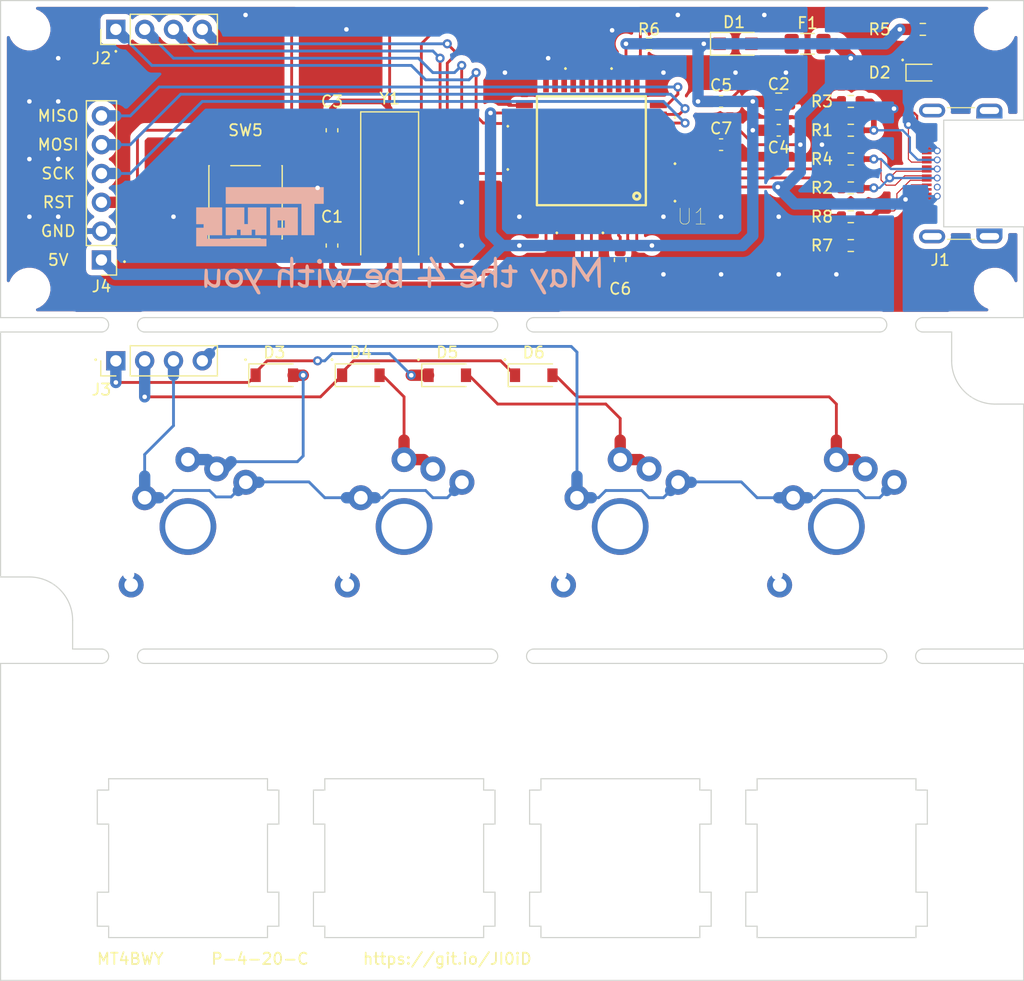
<source format=kicad_pcb>
(kicad_pcb (version 20171130) (host pcbnew "(5.1.8-0-10_14)")
  (layers (0 F.Cu signal hide) (31 B.Cu signal hide) (34 B.Paste user) (35 F.Paste user) (36 B.SilkS user) (37 F.SilkS user) (38 B.Mask user) (39 F.Mask user) (44 Edge.Cuts user))
  (net 0 "")
  (net 1 GNDPWR)
  (net 2 "Net-(C1-Pad1)")
  (net 3 +5V)
  (net 4 "Net-(C3-Pad1)")
  (net 5 "Net-(C6-Pad1)")
  (net 6 "Net-(C7-Pad1)")
  (net 7 "Net-(D1-Pad2)")
  (net 8 "Net-(D2-Pad2)")
  (net 9 "Net-(D3-Pad2)")
  (net 10 /row0)
  (net 11 "Net-(D4-Pad2)")
  (net 12 /row1)
  (net 13 "Net-(D5-Pad2)")
  (net 14 "Net-(D6-Pad2)")
  (net 15 VCC)
  (net 16 "Net-(J1-PadB2)")
  (net 17 "Net-(J1-PadB3)")
  (net 18 "Net-(J1-PadA11)")
  (net 19 "Net-(J1-PadA10)")
  (net 20 "Net-(J1-PadA8)")
  (net 21 "Net-(J1-PadA7)")
  (net 22 "Net-(J1-PadA6)")
  (net 23 "Net-(J1-PadA5)")
  (net 24 "Net-(J1-PadA3)")
  (net 25 "Net-(J1-PadA2)")
  (net 26 "Net-(J1-PadB10)")
  (net 27 "Net-(J1-PadB11)")
  (net 28 "Net-(J1-PadB5)")
  (net 29 "Net-(J1-PadB8)")
  (net 30 /A2)
  (net 31 /A3)
  (net 32 /CPU_ROW1)
  (net 33 /CPU_ROW0)
  (net 34 /col1)
  (net 35 /col0)
  (net 36 /MISO)
  (net 37 /MOSI)
  (net 38 /SCK)
  (net 39 /RESET)
  (net 40 /D-)
  (net 41 /D+)
  (net 42 "Net-(U1-Pad41)")
  (net 43 "Net-(U1-Pad40)")
  (net 44 /A1)
  (net 45 /A0)
  (net 46 "Net-(U1-Pad32)")
  (net 47 /D10)
  (net 48 /D9)
  (net 49 /D8)
  (net 50 /D6)
  (net 51 "Net-(U1-Pad26)")
  (net 52 "Net-(U1-Pad22)")
  (net 53 /TXO)
  (net 54 /RXL)
  (net 55 /D2)
  (net 56 /D3)
  (net 57 "Net-(U1-Pad12)")
  (net 58 "Net-(U1-Pad8)")
  (net 59 /D7)
  (module MountingHole:MountingHole_2.7mm_M2.5 (layer F.Cu) (at 104.14 81.28)
    (fp_text reference REF** (at -5.08 -2.54) (layer F.SilkS))
    (fp_text value MountingHole_2.7mm_M2.5)
    (pad 1 np_thru_hole circle (at 0 0) (size 2.7 2.7) (drill 2.7) (layers *.Cu *.Mask))
  )
  (module MountingHole:MountingHole_2.7mm_M2.5 (layer F.Cu) (at 189.23 104.14)
    (fp_text reference REF** (at 5.08 -1.27) (layer F.SilkS))
    (fp_text value MountingHole_2.7mm_M2.5)
    (pad 1 np_thru_hole circle (at 0 0) (size 2.7 2.7) (drill 2.7) (layers *.Cu *.Mask))
  )
  (module keyboard_toms:CherryMX_Choc_V2_1u (layer F.Cu) (at 156.21 95.885)
    (fp_text reference SW3 hide)
    (fp_text value SW_Push hide)
    (pad 3 thru_hole circle (at -5 5.15) (size 2.2 2.2) (drill 1.2) (layers *.Cu *.Mask))
    (pad "" np_thru_hole circle (at -5.22 4.2) (size 1 1) (drill 1) (layers *.Cu))
    (pad "" np_thru_hole circle (at 5.22 4.2) (size 1 1) (drill 1) (layers *.Cu *.Mask))
    (pad "" np_thru_hole circle (at -5.08 0) (size 1.7 1.7) (drill 1.7) (layers *.Cu *.Mask))
    (pad "" np_thru_hole circle (at 5.08 0) (size 1.7 1.7) (drill 1.7) (layers *.Cu *.Mask))
    (pad 1 thru_hole circle (at -3.81 -2.54 50) (size 2.2 2.2) (drill 1.2) (layers *.Cu *.Mask) (net 34 /col1))
    (pad 2 thru_hole circle (at 2.54 -5.08) (size 2.2 2.2) (drill 1.2) (layers *.Cu *.Mask) (net 13 "Net-(D5-Pad2)"))
    (pad 2 thru_hole circle (at 0 -5.9 90) (size 2.2 2.2) (drill 1.2) (layers *.Cu *.Mask) (net 13 "Net-(D5-Pad2)"))
    (pad "" np_thru_hole circle (at 5.5 0 90) (size 1.9 1.9) (drill 1.9) (layers *.Cu *.Mask))
    (pad "" np_thru_hole circle (at -5.5 0 90) (size 1.9 1.9) (drill 1.9) (layers *.Cu *.Mask))
    (pad "" np_thru_hole circle (at 0 0 90) (size 5 5) (drill 4) (layers *.Cu *.Mask))
    (pad 1 thru_hole circle (at 5.1 -3.9 310) (size 2.2 2.2) (drill 1.2) (layers *.Cu *.Mask) (net 34 /col1))
  )
  (module MountingHole:MountingHole_2.7mm_M2.5 (layer F.Cu) (at 104.14 110.49)
    (fp_text reference REF** (at -6.35 0) (layer F.SilkS))
    (fp_text value MountingHole_2.7mm_M2.5)
    (pad 1 np_thru_hole circle (at 0 0) (size 2.7 2.7) (drill 2.7) (layers *.Cu *.Mask))
  )
  (module MountingHole:MountingHole_2.7mm_M2.5 (layer F.Cu) (at 104.14 133.35)
    (fp_text reference REF** (at -5.08 -3.7) (layer F.SilkS))
    (fp_text value MountingHole_2.7mm_M2.5)
    (pad 1 np_thru_hole circle (at 0 0) (size 2.7 2.7) (drill 2.7) (layers *.Cu *.Mask))
  )
  (module MountingHole:MountingHole_2.7mm_M2.5 (layer F.Cu) (at 189.23 110.49)
    (fp_text reference REF** (at 5.08 -1.27) (layer F.SilkS))
    (fp_text value MountingHole_2.7mm_M2.5)
    (pad 1 np_thru_hole circle (at 0 0) (size 2.7 2.7) (drill 2.7) (layers *.Cu *.Mask))
  )
  (module MountingHole:MountingHole_2.7mm_M2.5 (layer F.Cu) (at 189.23 133.35)
    (fp_text reference REF** (at 5.08 -3.7) (layer F.SilkS))
    (fp_text value MountingHole_2.7mm_M2.5)
    (pad 1 np_thru_hole circle (at 0 0) (size 2.7 2.7) (drill 2.7) (layers *.Cu *.Mask))
  )
  (module logo_silk:logo (layer B.Cu) (at 124.46 68.58 180)
    (fp_text reference G*** hide)
    (fp_text value LOGO hide)
  )
  (module mt4bwy:logo_mt4bwy (layer B.Cu) (at 137.16 73.66 180)
    (fp_text reference G*** hide)
    (fp_text value LOGO hide)
  )
  (module MountingHole:MountingHole_2.7mm_M2.5 (layer F.Cu) (at 189.23 52.07)
    (fp_text reference REF** (at 0 -3.7) (layer F.SilkS))
    (fp_text value MountingHole_2.7mm_M2.5)
    (pad 1 np_thru_hole circle (at 0 0) (size 2.7 2.7) (drill 2.7) (layers *.Cu *.Mask))
  )
  (module MountingHole:MountingHole_2.7mm_M2.5 (layer F.Cu) (at 104.14 52.07)
    (fp_text reference REF** (at 0 -3.7) (layer F.SilkS))
    (fp_text value MountingHole_2.7mm_M2.5)
    (pad 1 np_thru_hole circle (at 0 0) (size 2.7 2.7) (drill 2.7) (layers *.Cu *.Mask))
  )
  (module Resistor_SMD:R_0603_1608Metric (layer F.Cu) (at 176.53 68.58 180)
    (fp_text reference R8 (at 2.54 0) (layer F.SilkS))
    (fp_text value 10k)
    (pad 2 smd roundrect (at 0.825 0 180) (size 0.8 0.95) (layers F.Cu F.Paste F.Mask) (net 1 GNDPWR))
    (pad 1 smd roundrect (at -0.825 0 180) (size 0.8 0.95) (layers F.Cu F.Paste F.Mask) (net 23 "Net-(J1-PadA5)"))
  )
  (module Capacitor_SMD:C_0805_2012Metric (layer F.Cu) (at 170.18 58.42)
    (fp_text reference C2 (at 0 -1.524) (layer F.SilkS))
    (fp_text value 10u)
    (pad 2 smd roundrect (at 0.95 0) (size 1 1.45) (layers F.Cu F.Paste F.Mask) (net 1 GNDPWR))
    (pad 1 smd roundrect (at -0.95 0) (size 1 1.45) (layers F.Cu F.Paste F.Mask) (net 3 +5V))
  )
  (module Fuse:Fuse_1206_3216Metric (layer F.Cu) (at 172.72 53.34)
    (fp_text reference F1 (at 0 -1.82) (layer F.SilkS))
    (fp_text value NANOSMDC050F/13.2)
    (pad 2 smd roundrect (at 1.4 0) (size 1.25 1.75) (layers F.Cu F.Paste F.Mask) (roundrect_rratio 0.2) (net 15 VCC))
    (pad 1 smd roundrect (at -1.4 0) (size 1.25 1.75) (layers F.Cu F.Paste F.Mask) (roundrect_rratio 0.2) (net 7 "Net-(D1-Pad2)"))
  )
  (module Resistor_SMD:R_0603_1608Metric (layer F.Cu) (at 176.53 71.12 180)
    (fp_text reference R7 (at 2.54 0) (layer F.SilkS))
    (fp_text value 10k)
    (pad 2 smd roundrect (at 0.825 0 180) (size 0.8 0.95) (layers F.Cu F.Paste F.Mask) (net 1 GNDPWR))
    (pad 1 smd roundrect (at -0.825 0 180) (size 0.8 0.95) (layers F.Cu F.Paste F.Mask) (net 23 "Net-(J1-PadA5)"))
  )
  (module Resistor_SMD:R_0603_1608Metric (layer F.Cu) (at 158.75 53.34 180)
    (fp_text reference R6 (at 0 1.27) (layer F.SilkS))
    (fp_text value 10k)
    (pad 2 smd roundrect (at 0.825 0 180) (size 0.8 0.95) (layers F.Cu F.Paste F.Mask) (net 39 /RESET))
    (pad 1 smd roundrect (at -0.825 0 180) (size 0.8 0.95) (layers F.Cu F.Paste F.Mask) (net 3 +5V))
  )
  (module Resistor_SMD:R_0603_1608Metric (layer F.Cu) (at 182.88 52.07)
    (fp_text reference R5 (at -3.81 0) (layer F.SilkS))
    (fp_text value 10k)
    (pad 2 smd roundrect (at 0.825 0) (size 0.8 0.95) (layers F.Cu F.Paste F.Mask) (net 8 "Net-(D2-Pad2)"))
    (pad 1 smd roundrect (at -0.825 0) (size 0.8 0.95) (layers F.Cu F.Paste F.Mask) (net 3 +5V))
  )
  (module Resistor_SMD:R_0603_1608Metric (layer F.Cu) (at 176.53 63.5)
    (fp_text reference R4 (at -2.54 0) (layer F.SilkS))
    (fp_text value 22)
    (pad 2 smd roundrect (at 0.825 0) (size 0.8 0.95) (layers F.Cu F.Paste F.Mask) (net 22 "Net-(J1-PadA6)"))
    (pad 1 smd roundrect (at -0.825 0) (size 0.8 0.95) (layers F.Cu F.Paste F.Mask) (net 41 /D+))
  )
  (module Resistor_SMD:R_0603_1608Metric (layer F.Cu) (at 176.53 58.42 180)
    (fp_text reference R3 (at 2.54 0) (layer F.SilkS))
    (fp_text value 10k)
    (pad 2 smd roundrect (at 0.825 0 180) (size 0.8 0.95) (layers F.Cu F.Paste F.Mask) (net 1 GNDPWR))
    (pad 1 smd roundrect (at -0.825 0 180) (size 0.8 0.95) (layers F.Cu F.Paste F.Mask) (net 28 "Net-(J1-PadB5)"))
  )
  (module Resistor_SMD:R_0603_1608Metric (layer F.Cu) (at 176.53 66.04)
    (fp_text reference R2 (at -2.54 0) (layer F.SilkS))
    (fp_text value 22)
    (pad 2 smd roundrect (at 0.825 0) (size 0.8 0.95) (layers F.Cu F.Paste F.Mask) (net 21 "Net-(J1-PadA7)"))
    (pad 1 smd roundrect (at -0.825 0) (size 0.8 0.95) (layers F.Cu F.Paste F.Mask) (net 40 /D-))
  )
  (module Resistor_SMD:R_0603_1608Metric (layer F.Cu) (at 176.53 60.96 180)
    (fp_text reference R1 (at 2.54 0) (layer F.SilkS))
    (fp_text value 10k)
    (pad 2 smd roundrect (at 0.825 0 180) (size 0.8 0.95) (layers F.Cu F.Paste F.Mask) (net 1 GNDPWR))
    (pad 1 smd roundrect (at -0.825 0 180) (size 0.8 0.95) (layers F.Cu F.Paste F.Mask) (net 28 "Net-(J1-PadB5)"))
  )
  (module Connector_PinHeader_2.54mm:PinHeader_1x06_P2.54mm_Vertical (layer F.Cu) (at 110.49 72.39 180)
    (fp_text reference J4 (at 0 -2.33) (layer F.SilkS))
    (fp_text value Conn_01x06_Female)
    (pad 6 thru_hole oval (at 0 12.7 180) (size 1.7 1.7) (drill 1) (layers *.Cu *.Mask) (net 36 /MISO))
    (pad 5 thru_hole oval (at 0 10.16 180) (size 1.7 1.7) (drill 1) (layers *.Cu *.Mask) (net 37 /MOSI))
    (pad 4 thru_hole oval (at 0 7.62 180) (size 1.7 1.7) (drill 1) (layers *.Cu *.Mask) (net 38 /SCK))
    (pad 3 thru_hole oval (at 0 5.08 180) (size 1.7 1.7) (drill 1) (layers *.Cu *.Mask) (net 39 /RESET))
    (pad 2 thru_hole oval (at 0 2.54 180) (size 1.7 1.7) (drill 1) (layers *.Cu *.Mask) (net 1 GNDPWR))
    (pad 1 thru_hole rect (at 0 0 180) (size 1.7 1.7) (drill 1) (layers *.Cu *.Mask) (net 3 +5V))
  )
  (module Connector_PinHeader_2.54mm:PinHeader_1x04_P2.54mm_Vertical (layer F.Cu) (at 111.76 52.07 90)
    (fp_text reference J2 (at -2.54 -1.27 180) (layer F.SilkS))
    (fp_text value Conn_01x04_Male)
    (pad 4 thru_hole oval (at 0 7.62 90) (size 1.7 1.7) (drill 1) (layers *.Cu *.Mask) (net 30 /A2))
    (pad 3 thru_hole oval (at 0 5.08 90) (size 1.7 1.7) (drill 1) (layers *.Cu *.Mask) (net 31 /A3))
    (pad 2 thru_hole oval (at 0 2.54 90) (size 1.7 1.7) (drill 1) (layers *.Cu *.Mask) (net 32 /CPU_ROW1))
    (pad 1 thru_hole rect (at 0 0 90) (size 1.7 1.7) (drill 1) (layers *.Cu *.Mask) (net 33 /CPU_ROW0))
  )
  (module digikey-footprints:USB-C_Female_CX70M-24P1 (layer F.Cu) (at 184.15 64.77 90)
    (fp_text reference J1 (at -7.62 0.254 180) (layer F.SilkS))
    (fp_text value CX70M-24P1)
    (pad SH smd rect (at 5.17 3.58 90) (size 0.65 0.26) (layers B.Cu B.Paste B.Mask))
    (pad SH smd rect (at 5.17 5.62 90) (size 0.65 0.26) (layers B.Cu B.Paste B.Mask))
    (pad SH smd rect (at 4.97 4.6 90) (size 0.25 2.3) (layers B.Cu B.Paste B.Mask))
    (pad SH smd rect (at -5.22 5.62 90) (size 0.65 0.26) (layers B.Cu B.Paste B.Mask))
    (pad SH smd rect (at -5.22 3.58 90) (size 0.65 0.26) (layers B.Cu B.Paste B.Mask))
    (pad SH smd rect (at -4.97 4.6 90) (size 0.25 2.3) (layers B.Cu B.Paste B.Mask))
    (pad SH smd rect (at -5.22 3.58 90) (size 0.65 0.26) (layers F.Cu F.Paste F.Mask))
    (pad SH smd rect (at -4.97 4.6 90) (size 0.25 2.3) (layers F.Cu F.Paste F.Mask))
    (pad SH thru_hole oval (at 5.55 4.6 90) (size 1.2 2.3) (drill oval 0.6 1.7) (layers *.Cu *.Mask))
    (pad SH thru_hole oval (at -5.55 4.6 90) (size 1.2 2.3) (drill oval 0.6 1.7) (layers *.Cu *.Mask))
    (pad SH thru_hole oval (at 5.55 -0.45 90) (size 1.2 2.3) (drill oval 0.6 1.7) (layers *.Cu *.Mask))
    (pad SH thru_hole oval (at -5.55 -0.45 90) (size 1.2 2.3) (drill oval 0.6 1.7) (layers *.Cu *.Mask))
    (pad "" smd rect (at 3.915 -0.925 90) (size 0.46 0.85) (layers F.Cu F.Paste F.Mask))
    (pad B1 smd rect (at 3.4 -0.925 90) (size 0.23 0.85) (layers F.Cu F.Paste F.Mask) (net 1 GNDPWR))
    (pad B2 smd rect (at 3 -0.925 90) (size 0.23 0.85) (layers F.Cu F.Paste F.Mask) (net 16 "Net-(J1-PadB2)"))
    (pad B3 smd rect (at 2.6 -0.925 90) (size 0.23 0.85) (layers F.Cu F.Paste F.Mask) (net 17 "Net-(J1-PadB3)"))
    (pad A12 smd rect (at 2.2 -0.925 90) (size 0.23 0.85) (layers F.Cu F.Paste F.Mask) (net 1 GNDPWR))
    (pad A11 smd rect (at 1.8 -0.925 90) (size 0.23 0.85) (layers F.Cu F.Paste F.Mask) (net 18 "Net-(J1-PadA11)"))
    (pad A10 smd rect (at 1.4 -0.925 90) (size 0.23 0.85) (layers F.Cu F.Paste F.Mask) (net 19 "Net-(J1-PadA10)"))
    (pad A9 smd rect (at 1 -0.925 90) (size 0.23 0.85) (layers F.Cu F.Paste F.Mask) (net 15 VCC))
    (pad A8 smd rect (at 0.6 -0.925 90) (size 0.23 0.85) (layers F.Cu F.Paste F.Mask) (net 20 "Net-(J1-PadA8)"))
    (pad A7 smd rect (at 0.2 -0.925 90) (size 0.23 0.85) (layers F.Cu F.Paste F.Mask) (net 21 "Net-(J1-PadA7)"))
    (pad A6 smd rect (at -0.2 -0.925 90) (size 0.23 0.85) (layers F.Cu F.Paste F.Mask) (net 22 "Net-(J1-PadA6)"))
    (pad A5 smd rect (at -0.6 -0.925 90) (size 0.23 0.85) (layers F.Cu F.Paste F.Mask) (net 23 "Net-(J1-PadA5)"))
    (pad A4 smd rect (at -1 -0.925 90) (size 0.23 0.85) (layers F.Cu F.Paste F.Mask) (net 15 VCC))
    (pad A3 smd rect (at -1.4 -0.925 90) (size 0.23 0.85) (layers F.Cu F.Paste F.Mask) (net 24 "Net-(J1-PadA3)"))
    (pad A2 smd rect (at -1.8 -0.925 90) (size 0.23 0.85) (layers F.Cu F.Paste F.Mask) (net 25 "Net-(J1-PadA2)"))
    (pad A1 smd rect (at -2.2 -0.925 90) (size 0.23 0.85) (layers F.Cu F.Paste F.Mask) (net 1 GNDPWR))
    (pad B10 smd rect (at -2.6 -0.925 90) (size 0.23 0.85) (layers F.Cu F.Paste F.Mask) (net 26 "Net-(J1-PadB10)"))
    (pad B11 smd rect (at -3 -0.925 90) (size 0.23 0.85) (layers F.Cu F.Paste F.Mask) (net 27 "Net-(J1-PadB11)"))
    (pad "" smd rect (at -3.915 -0.925 90) (size 0.46 0.85) (layers F.Cu F.Paste F.Mask))
    (pad B4 thru_hole circle (at 2 0 90) (size 0.6 0.6) (drill 0.4) (layers *.Cu *.Mask) (net 15 VCC))
    (pad B5 thru_hole circle (at 1.2 0 90) (size 0.6 0.6) (drill 0.4) (layers *.Cu *.Mask) (net 28 "Net-(J1-PadB5)"))
    (pad B6 thru_hole circle (at 0.4 0 90) (size 0.6 0.6) (drill 0.4) (layers *.Cu *.Mask) (net 22 "Net-(J1-PadA6)"))
    (pad B7 thru_hole circle (at -0.4 0 90) (size 0.6 0.6) (drill 0.4) (layers *.Cu *.Mask) (net 21 "Net-(J1-PadA7)"))
    (pad B8 thru_hole circle (at -1.2 0 90) (size 0.6 0.6) (drill 0.4) (layers *.Cu *.Mask) (net 29 "Net-(J1-PadB8)"))
    (pad B9 thru_hole circle (at -2 0 90) (size 0.6 0.6) (drill 0.4) (layers *.Cu *.Mask) (net 15 VCC))
    (pad B12 smd rect (at -3.4 -0.925 90) (size 0.23 0.85) (layers F.Cu F.Paste F.Mask) (net 1 GNDPWR))
    (pad SH smd rect (at -5.22 5.62 90) (size 0.65 0.26) (layers F.Cu F.Paste F.Mask))
    (pad SH smd rect (at 4.97 4.6 90) (size 0.25 2.3) (layers F.Cu F.Paste F.Mask))
    (pad SH smd rect (at 5.17 3.58 90) (size 0.65 0.26) (layers F.Cu F.Paste F.Mask))
    (pad SH smd rect (at 5.17 5.62 90) (size 0.65 0.26) (layers F.Cu F.Paste F.Mask))
  )
  (module Button_Switch_SMD:SW_SPST_PTS645 (layer F.Cu) (at 123.19 67.31 90)
    (fp_text reference SW5 (at 6.35 0 180) (layer F.SilkS))
    (fp_text value SW_Push)
    (pad 2 smd rect (at 3.98 2.25 90) (size 1.55 1.3) (layers F.Cu F.Paste F.Mask) (net 39 /RESET))
    (pad 1 smd rect (at 3.98 -2.25 90) (size 1.55 1.3) (layers F.Cu F.Paste F.Mask) (net 1 GNDPWR))
    (pad 1 smd rect (at -3.98 -2.25 90) (size 1.55 1.3) (layers F.Cu F.Paste F.Mask) (net 1 GNDPWR))
    (pad 2 smd rect (at -3.98 2.25 90) (size 1.55 1.3) (layers F.Cu F.Paste F.Mask) (net 39 /RESET))
  )
  (module Crystal:Crystal_SMD_HC49-SD (layer F.Cu) (at 135.89 66.04 270)
    (fp_text reference Y1 (at -7.874 0 180) (layer F.SilkS))
    (fp_text value 16MHz)
    (pad 2 smd rect (at 4.25 0 270) (size 4.5 2) (layers F.Cu F.Paste F.Mask) (net 2 "Net-(C1-Pad1)"))
    (pad 1 smd rect (at -4.25 0 270) (size 4.5 2) (layers F.Cu F.Paste F.Mask) (net 4 "Net-(C3-Pad1)"))
  )
  (module Keebio-Parts:ATMEGA32U4-AU (layer F.Cu) (at 153.67 62.7634 180)
    (fp_text reference U1 (at -8.89 -5.8166) (layer F.SilkS) (effects (font (size 1.4 1.4) (thickness 0.05))))
    (fp_text value ATmega32U4-AU (at 1.27 15.7734) (layer F.SilkS) (effects (font (size 1.4 1.4) (thickness 0.05))))
    (pad 44 smd rect (at -4 -5.9 180) (size 0.5 1.5) (layers F.Cu F.Paste F.Mask) (net 3 +5V))
    (pad 43 smd rect (at -3.2 -5.9 180) (size 0.5 1.5) (layers F.Cu F.Paste F.Mask) (net 1 GNDPWR))
    (pad 42 smd rect (at -2.4 -5.9 180) (size 0.5 1.5) (layers F.Cu F.Paste F.Mask) (net 5 "Net-(C6-Pad1)"))
    (pad 41 smd rect (at -1.6 -5.9 180) (size 0.5 1.5) (layers F.Cu F.Paste F.Mask) (net 42 "Net-(U1-Pad41)"))
    (pad 40 smd rect (at -0.8 -5.9 180) (size 0.5 1.5) (layers F.Cu F.Paste F.Mask) (net 43 "Net-(U1-Pad40)"))
    (pad 39 smd rect (at 0 -5.9 180) (size 0.5 1.5) (layers F.Cu F.Paste F.Mask) (net 31 /A3))
    (pad 38 smd rect (at 0.8 -5.9 180) (size 0.5 1.5) (layers F.Cu F.Paste F.Mask) (net 30 /A2))
    (pad 37 smd rect (at 1.6 -5.9 180) (size 0.5 1.5) (layers F.Cu F.Paste F.Mask) (net 44 /A1))
    (pad 36 smd rect (at 2.4 -5.9 180) (size 0.5 1.5) (layers F.Cu F.Paste F.Mask) (net 45 /A0))
    (pad 35 smd rect (at 3.2 -5.9 180) (size 0.5 1.5) (layers F.Cu F.Paste F.Mask) (net 1 GNDPWR))
    (pad 34 smd rect (at 4 -5.9 180) (size 0.5 1.5) (layers F.Cu F.Paste F.Mask) (net 3 +5V))
    (pad 33 smd rect (at 5.9 -4 180) (size 1.5 0.5) (layers F.Cu F.Paste F.Mask) (net 1 GNDPWR))
    (pad 32 smd rect (at 5.9 -3.2 180) (size 1.5 0.5) (layers F.Cu F.Paste F.Mask) (net 46 "Net-(U1-Pad32)"))
    (pad 31 smd rect (at 5.9 -2.4 180) (size 1.5 0.5) (layers F.Cu F.Paste F.Mask) (net 32 /CPU_ROW1))
    (pad 30 smd rect (at 5.9 -1.6 180) (size 1.5 0.5) (layers F.Cu F.Paste F.Mask) (net 47 /D10))
    (pad 29 smd rect (at 5.9 -0.8 180) (size 1.5 0.5) (layers F.Cu F.Paste F.Mask) (net 48 /D9))
    (pad 28 smd rect (at 5.9 0 180) (size 1.5 0.5) (layers F.Cu F.Paste F.Mask) (net 49 /D8))
    (pad 27 smd rect (at 5.9 0.8 180) (size 1.5 0.5) (layers F.Cu F.Paste F.Mask) (net 50 /D6))
    (pad 26 smd rect (at 5.9 1.6 180) (size 1.5 0.5) (layers F.Cu F.Paste F.Mask) (net 51 "Net-(U1-Pad26)"))
    (pad 25 smd rect (at 5.9 2.4 180) (size 1.5 0.5) (layers F.Cu F.Paste F.Mask) (net 33 /CPU_ROW0))
    (pad 24 smd rect (at 5.9 3.2 180) (size 1.5 0.5) (layers F.Cu F.Paste F.Mask) (net 3 +5V))
    (pad 23 smd rect (at 5.9 4 180) (size 1.5 0.5) (layers F.Cu F.Paste F.Mask) (net 1 GNDPWR))
    (pad 22 smd rect (at 4 5.9 180) (size 0.5 1.5) (layers F.Cu F.Paste F.Mask) (net 52 "Net-(U1-Pad22)"))
    (pad 21 smd rect (at 3.2 5.9 180) (size 0.5 1.5) (layers F.Cu F.Paste F.Mask) (net 53 /TXO))
    (pad 20 smd rect (at 2.4 5.9 180) (size 0.5 1.5) (layers F.Cu F.Paste F.Mask) (net 54 /RXL))
    (pad 19 smd rect (at 1.6 5.9 180) (size 0.5 1.5) (layers F.Cu F.Paste F.Mask) (net 55 /D2))
    (pad 18 smd rect (at 0.8 5.9 180) (size 0.5 1.5) (layers F.Cu F.Paste F.Mask) (net 56 /D3))
    (pad 17 smd rect (at 0 5.9 180) (size 0.5 1.5) (layers F.Cu F.Paste F.Mask) (net 2 "Net-(C1-Pad1)"))
    (pad 16 smd rect (at -0.8 5.9 180) (size 0.5 1.5) (layers F.Cu F.Paste F.Mask) (net 4 "Net-(C3-Pad1)"))
    (pad 15 smd rect (at -1.6 5.9 180) (size 0.5 1.5) (layers F.Cu F.Paste F.Mask) (net 1 GNDPWR))
    (pad 14 smd rect (at -2.4 5.9 180) (size 0.5 1.5) (layers F.Cu F.Paste F.Mask) (net 3 +5V))
    (pad 13 smd rect (at -3.2 5.9 180) (size 0.5 1.5) (layers F.Cu F.Paste F.Mask) (net 39 /RESET))
    (pad 12 smd rect (at -4 5.9 180) (size 0.5 1.5) (layers F.Cu F.Paste F.Mask) (net 57 "Net-(U1-Pad12)"))
    (pad 11 smd rect (at -5.9 4 180) (size 1.5 0.5) (layers F.Cu F.Paste F.Mask) (net 36 /MISO))
    (pad 10 smd rect (at -5.9 3.2 180) (size 1.5 0.5) (layers F.Cu F.Paste F.Mask) (net 37 /MOSI))
    (pad 9 smd rect (at -5.9 2.4 180) (size 1.5 0.5) (layers F.Cu F.Paste F.Mask) (net 38 /SCK))
    (pad 8 smd rect (at -5.9 1.6 180) (size 1.5 0.5) (layers F.Cu F.Paste F.Mask) (net 58 "Net-(U1-Pad8)"))
    (pad 7 smd rect (at -5.9 0.8 180) (size 1.5 0.5) (layers F.Cu F.Paste F.Mask) (net 15 VCC))
    (pad 6 smd rect (at -5.9 0 180) (size 1.5 0.5) (layers F.Cu F.Paste F.Mask) (net 6 "Net-(C7-Pad1)"))
    (pad 5 smd rect (at -5.9 -0.8 180) (size 1.5 0.5) (layers F.Cu F.Paste F.Mask) (net 1 GNDPWR))
    (pad 4 smd rect (at -5.9 -1.6 180) (size 1.5 0.5) (layers F.Cu F.Paste F.Mask) (net 41 /D+))
    (pad 3 smd rect (at -5.9 -2.4 180) (size 1.5 0.5) (layers F.Cu F.Paste F.Mask) (net 40 /D-))
    (pad 2 smd rect (at -5.9 -3.2 180) (size 1.5 0.5) (layers F.Cu F.Paste F.Mask) (net 15 VCC))
    (pad 1 smd rect (at -5.9 -4 180) (size 1.5 0.5) (layers F.Cu F.Paste F.Mask) (net 59 /D7))
  )
  (module LED_SMD:LED_0603_1608Metric (layer F.Cu) (at 182.88 55.88)
    (fp_text reference D2 (at -3.81 0) (layer F.SilkS))
    (fp_text value SMLE13WBC8W1)
    (pad 2 smd roundrect (at 0.7875 0) (size 0.875 0.95) (layers F.Cu F.Paste F.Mask) (net 8 "Net-(D2-Pad2)"))
    (pad 1 smd roundrect (at -0.7875 0) (size 0.875 0.95) (layers F.Cu F.Paste F.Mask) (net 1 GNDPWR))
  )
  (module Diode_SMD:D_SOD-123F (layer F.Cu) (at 166.37 53.34)
    (fp_text reference D1 (at -0.127 -1.905) (layer F.SilkS))
    (fp_text value RB161MM-20)
    (pad 2 smd rect (at 1.4 0) (size 1.1 1.1) (layers F.Cu F.Paste F.Mask) (net 7 "Net-(D1-Pad2)"))
    (pad 1 smd rect (at -1.4 0) (size 1.1 1.1) (layers F.Cu F.Paste F.Mask) (net 3 +5V))
  )
  (module Capacitor_SMD:C_0603_1608Metric (layer F.Cu) (at 165.1 62.23)
    (fp_text reference C7 (at 0 -1.43) (layer F.SilkS))
    (fp_text value 1u)
    (pad 2 smd roundrect (at 0.775 0) (size 0.9 0.95) (layers F.Cu F.Paste F.Mask) (net 1 GNDPWR))
    (pad 1 smd roundrect (at -0.775 0) (size 0.9 0.95) (layers F.Cu F.Paste F.Mask) (net 6 "Net-(C7-Pad1)"))
  )
  (module Capacitor_SMD:C_0603_1608Metric (layer F.Cu) (at 156.21 72.39 270)
    (fp_text reference C6 (at 2.54 0 180) (layer F.SilkS))
    (fp_text value 0.1u)
    (pad 2 smd roundrect (at 0.775 0 270) (size 0.9 0.95) (layers F.Cu F.Paste F.Mask) (net 1 GNDPWR))
    (pad 1 smd roundrect (at -0.775 0 270) (size 0.9 0.95) (layers F.Cu F.Paste F.Mask) (net 5 "Net-(C6-Pad1)"))
  )
  (module Capacitor_SMD:C_0603_1608Metric (layer F.Cu) (at 165.1 58.42)
    (fp_text reference C5 (at 0 -1.43) (layer F.SilkS))
    (fp_text value 0.1u)
    (pad 2 smd roundrect (at 0.775 0) (size 0.9 0.95) (layers F.Cu F.Paste F.Mask) (net 1 GNDPWR))
    (pad 1 smd roundrect (at -0.775 0) (size 0.9 0.95) (layers F.Cu F.Paste F.Mask) (net 3 +5V))
  )
  (module Capacitor_SMD:C_0603_1608Metric (layer F.Cu) (at 170.18 60.96)
    (fp_text reference C4 (at 0 1.524) (layer F.SilkS))
    (fp_text value 1u)
    (pad 2 smd roundrect (at 0.775 0) (size 0.9 0.95) (layers F.Cu F.Paste F.Mask) (net 1 GNDPWR))
    (pad 1 smd roundrect (at -0.775 0) (size 0.9 0.95) (layers F.Cu F.Paste F.Mask) (net 3 +5V))
  )
  (module Capacitor_SMD:C_0603_1608Metric (layer F.Cu) (at 130.81 60.96 270)
    (fp_text reference C3 (at -2.54 0 180) (layer F.SilkS))
    (fp_text value 22p)
    (pad 2 smd roundrect (at 0.775 0 270) (size 0.9 0.95) (layers F.Cu F.Paste F.Mask) (net 1 GNDPWR))
    (pad 1 smd roundrect (at -0.775 0 270) (size 0.9 0.95) (layers F.Cu F.Paste F.Mask) (net 4 "Net-(C3-Pad1)"))
  )
  (module Capacitor_SMD:C_0603_1608Metric (layer F.Cu) (at 130.81 71.12 90)
    (fp_text reference C1 (at 2.54 0 180) (layer F.SilkS))
    (fp_text value 22p)
    (pad 2 smd roundrect (at 0.775 0 90) (size 0.9 0.95) (layers F.Cu F.Paste F.Mask) (net 1 GNDPWR))
    (pad 1 smd roundrect (at -0.775 0 90) (size 0.9 0.95) (layers F.Cu F.Paste F.Mask) (net 2 "Net-(C1-Pad1)"))
  )
  (module MountingHole:MountingHole_2.7mm_M2.5 (layer F.Cu) (at 189.23 74.93)
    (fp_text reference REF** (at 5.08 -2.54) (layer F.SilkS))
    (fp_text value MountingHole_2.7mm_M2.5)
    (pad 1 np_thru_hole circle (at 0 0) (size 2.7 2.7) (drill 2.7) (layers *.Cu *.Mask))
  )
  (module MountingHole:MountingHole_2.7mm_M2.5 (layer F.Cu) (at 104.14 74.93)
    (fp_text reference REF** (at -5.08 -2.54) (layer F.SilkS))
    (fp_text value MountingHole_2.7mm_M2.5)
    (pad 1 np_thru_hole circle (at 0 0) (size 2.7 2.7) (drill 2.7) (layers *.Cu *.Mask))
  )
  (module keyboard_toms:CherryMX_Choc_V2_1u (layer F.Cu) (at 175.26 95.885)
    (fp_text reference SW4 hide)
    (fp_text value SW_Push hide)
    (pad 3 thru_hole circle (at -5 5.15) (size 2.2 2.2) (drill 1.2) (layers *.Cu *.Mask))
    (pad "" np_thru_hole circle (at -5.22 4.2) (size 1 1) (drill 1) (layers *.Cu))
    (pad "" np_thru_hole circle (at 5.22 4.2) (size 1 1) (drill 1) (layers *.Cu *.Mask))
    (pad "" np_thru_hole circle (at -5.08 0) (size 1.7 1.7) (drill 1.7) (layers *.Cu *.Mask))
    (pad "" np_thru_hole circle (at 5.08 0) (size 1.7 1.7) (drill 1.7) (layers *.Cu *.Mask))
    (pad 1 thru_hole circle (at -3.81 -2.54 50) (size 2.2 2.2) (drill 1.2) (layers *.Cu *.Mask) (net 34 /col1))
    (pad 2 thru_hole circle (at 2.54 -5.08) (size 2.2 2.2) (drill 1.2) (layers *.Cu *.Mask) (net 14 "Net-(D6-Pad2)"))
    (pad 2 thru_hole circle (at 0 -5.9 90) (size 2.2 2.2) (drill 1.2) (layers *.Cu *.Mask) (net 14 "Net-(D6-Pad2)"))
    (pad "" np_thru_hole circle (at 5.5 0 90) (size 1.9 1.9) (drill 1.9) (layers *.Cu *.Mask))
    (pad "" np_thru_hole circle (at -5.5 0 90) (size 1.9 1.9) (drill 1.9) (layers *.Cu *.Mask))
    (pad "" np_thru_hole circle (at 0 0 90) (size 5 5) (drill 4) (layers *.Cu *.Mask))
    (pad 1 thru_hole circle (at 5.1 -3.9 310) (size 2.2 2.2) (drill 1.2) (layers *.Cu *.Mask) (net 34 /col1))
  )
  (module keyboard_toms:CherryMX_Choc_V2_1u (layer F.Cu) (at 137.16 95.885)
    (fp_text reference SW2 hide)
    (fp_text value SW_Push hide)
    (pad 3 thru_hole circle (at -5 5.15) (size 2.2 2.2) (drill 1.2) (layers *.Cu *.Mask))
    (pad "" np_thru_hole circle (at -5.22 4.2) (size 1 1) (drill 1) (layers *.Cu))
    (pad "" np_thru_hole circle (at 5.22 4.2) (size 1 1) (drill 1) (layers *.Cu *.Mask))
    (pad "" np_thru_hole circle (at -5.08 0) (size 1.7 1.7) (drill 1.7) (layers *.Cu *.Mask))
    (pad "" np_thru_hole circle (at 5.08 0) (size 1.7 1.7) (drill 1.7) (layers *.Cu *.Mask))
    (pad 1 thru_hole circle (at -3.81 -2.54 50) (size 2.2 2.2) (drill 1.2) (layers *.Cu *.Mask) (net 35 /col0))
    (pad 2 thru_hole circle (at 2.54 -5.08) (size 2.2 2.2) (drill 1.2) (layers *.Cu *.Mask) (net 11 "Net-(D4-Pad2)"))
    (pad 2 thru_hole circle (at 0 -5.9 90) (size 2.2 2.2) (drill 1.2) (layers *.Cu *.Mask) (net 11 "Net-(D4-Pad2)"))
    (pad "" np_thru_hole circle (at 5.5 0 90) (size 1.9 1.9) (drill 1.9) (layers *.Cu *.Mask))
    (pad "" np_thru_hole circle (at -5.5 0 90) (size 1.9 1.9) (drill 1.9) (layers *.Cu *.Mask))
    (pad "" np_thru_hole circle (at 0 0 90) (size 5 5) (drill 4) (layers *.Cu *.Mask))
    (pad 1 thru_hole circle (at 5.1 -3.9 310) (size 2.2 2.2) (drill 1.2) (layers *.Cu *.Mask) (net 35 /col0))
  )
  (module keyboard_toms:CherryMX_Choc_V2_1u (layer F.Cu) (at 118.11 95.885)
    (fp_text reference SW1 hide)
    (fp_text value SW_Push hide)
    (pad 3 thru_hole circle (at -5 5.15) (size 2.2 2.2) (drill 1.2) (layers *.Cu *.Mask))
    (pad "" np_thru_hole circle (at -5.22 4.2) (size 1 1) (drill 1) (layers *.Cu))
    (pad "" np_thru_hole circle (at 5.22 4.2) (size 1 1) (drill 1) (layers *.Cu *.Mask))
    (pad "" np_thru_hole circle (at -5.08 0) (size 1.7 1.7) (drill 1.7) (layers *.Cu *.Mask))
    (pad "" np_thru_hole circle (at 5.08 0) (size 1.7 1.7) (drill 1.7) (layers *.Cu *.Mask))
    (pad 1 thru_hole circle (at -3.81 -2.54 50) (size 2.2 2.2) (drill 1.2) (layers *.Cu *.Mask) (net 35 /col0))
    (pad 2 thru_hole circle (at 2.54 -5.08) (size 2.2 2.2) (drill 1.2) (layers *.Cu *.Mask) (net 9 "Net-(D3-Pad2)"))
    (pad 2 thru_hole circle (at 0 -5.9 90) (size 2.2 2.2) (drill 1.2) (layers *.Cu *.Mask) (net 9 "Net-(D3-Pad2)"))
    (pad "" np_thru_hole circle (at 5.5 0 90) (size 1.9 1.9) (drill 1.9) (layers *.Cu *.Mask))
    (pad "" np_thru_hole circle (at -5.5 0 90) (size 1.9 1.9) (drill 1.9) (layers *.Cu *.Mask))
    (pad "" np_thru_hole circle (at 0 0 90) (size 5 5) (drill 4) (layers *.Cu *.Mask))
    (pad 1 thru_hole circle (at 5.1 -3.9 310) (size 2.2 2.2) (drill 1.2) (layers *.Cu *.Mask) (net 35 /col0))
  )
  (module Connector_PinHeader_2.54mm:PinHeader_1x04_P2.54mm_Vertical (layer F.Cu) (at 111.76 81.28 90)
    (fp_text reference J3 (at -2.54 -1.27 180) (layer F.SilkS))
    (fp_text value Conn_01x04_Male)
    (pad 4 thru_hole oval (at 0 7.62 90) (size 1.7 1.7) (drill 1) (layers *.Cu *.Mask) (net 34 /col1))
    (pad 3 thru_hole oval (at 0 5.08 90) (size 1.7 1.7) (drill 1) (layers *.Cu *.Mask) (net 35 /col0))
    (pad 2 thru_hole oval (at 0 2.54 90) (size 1.7 1.7) (drill 1) (layers *.Cu *.Mask) (net 12 /row1))
    (pad 1 thru_hole rect (at 0 0 90) (size 1.7 1.7) (drill 1) (layers *.Cu *.Mask) (net 10 /row0))
  )
  (module Diode_SMD:D_SOD-123 (layer F.Cu) (at 148.59 82.55)
    (fp_text reference D6 (at 0 -2) (layer F.SilkS))
    (fp_text value 1N4148W)
    (pad 2 smd rect (at 1.65 0) (size 0.9 1.2) (layers F.Cu F.Paste F.Mask) (net 14 "Net-(D6-Pad2)"))
    (pad 1 smd rect (at -1.65 0) (size 0.9 1.2) (layers F.Cu F.Paste F.Mask) (net 12 /row1))
  )
  (module Diode_SMD:D_SOD-123 (layer F.Cu) (at 140.97 82.55)
    (fp_text reference D5 (at 0 -2) (layer F.SilkS))
    (fp_text value 1N4148W)
    (pad 2 smd rect (at 1.65 0) (size 0.9 1.2) (layers F.Cu F.Paste F.Mask) (net 13 "Net-(D5-Pad2)"))
    (pad 1 smd rect (at -1.65 0) (size 0.9 1.2) (layers F.Cu F.Paste F.Mask) (net 10 /row0))
  )
  (module Diode_SMD:D_SOD-123 (layer F.Cu) (at 133.35 82.55)
    (fp_text reference D4 (at 0 -2) (layer F.SilkS))
    (fp_text value 1N4148W)
    (pad 2 smd rect (at 1.65 0) (size 0.9 1.2) (layers F.Cu F.Paste F.Mask) (net 11 "Net-(D4-Pad2)"))
    (pad 1 smd rect (at -1.65 0) (size 0.9 1.2) (layers F.Cu F.Paste F.Mask) (net 12 /row1))
  )
  (module Diode_SMD:D_SOD-123 (layer F.Cu) (at 125.73 82.55)
    (fp_text reference D3 (at 0 -2) (layer F.SilkS))
    (fp_text value 1N4148W)
    (pad 2 smd rect (at 1.65 0) (size 0.9 1.2) (layers F.Cu F.Paste F.Mask) (net 9 "Net-(D3-Pad2)"))
    (pad 1 smd rect (at -1.65 0) (size 0.9 1.2) (layers F.Cu F.Paste F.Mask) (net 10 /row0))
  )
  (gr_text MT4BWY (at 113.03 133.985) (layer F.SilkS) (effects (font (size 1 1))))
  (gr_text https://git.io/JI0iD (at 140.97 133.985) (layer F.SilkS) (effects (font (size 1 1))))
  (gr_text 5V (at 106.68 72.39) (layer F.SilkS) (effects (font (size 1 1))))
  (gr_text GND (at 106.68 69.85) (layer F.SilkS) (effects (font (size 1 1))))
  (gr_text RST (at 106.68 67.31) (layer F.SilkS) (effects (font (size 1 1))))
  (gr_text SCK (at 106.68 64.77) (layer F.SilkS) (effects (font (size 1 1))))
  (gr_text MOSI (at 106.68 62.23) (layer F.SilkS) (effects (font (size 1 1))))
  (gr_text MISO (at 106.68 59.69) (layer F.SilkS) (effects (font (size 1 1))))
  (gr_line (start 101.6 78.74) (end 110.49 78.74) (layer Edge.Cuts) (width 0.1))
  (gr_line (start 101.6 77.47) (end 110.49 77.47) (layer Edge.Cuts) (width 0.1))
  (gr_line (start 114.3 77.47) (end 144.78 77.47) (layer Edge.Cuts) (width 0.1))
  (gr_line (start 148.59 77.47) (end 179.07 77.47) (layer Edge.Cuts) (width 0.1))
  (gr_arc (start 148.59 78.105) (end 148.59 78.74) (angle 180) (layer Edge.Cuts) (width 0.1))
  (gr_arc (start 144.78 78.105) (end 144.78 77.47) (angle 180) (layer Edge.Cuts) (width 0.1))
  (gr_arc (start 182.88 78.105) (end 182.88 78.74) (angle 180) (layer Edge.Cuts) (width 0.1))
  (gr_arc (start 179.07 78.105) (end 179.07 77.47) (angle 180) (layer Edge.Cuts) (width 0.1))
  (gr_arc (start 114.3 78.105) (end 114.3 78.74) (angle 180) (layer Edge.Cuts) (width 0.1))
  (gr_arc (start 110.49 78.105) (end 110.49 77.47) (angle 180) (layer Edge.Cuts) (width 0.1))
  (gr_line (start 191.77 77.47) (end 182.88 77.47) (layer Edge.Cuts) (width 0.1))
  (gr_line (start 148.59 78.74) (end 179.07 78.74) (layer Edge.Cuts) (width 0.1))
  (gr_line (start 114.3 78.74) (end 144.78 78.74) (layer Edge.Cuts) (width 0.1))
  (gr_line (start 185.42 78.74) (end 182.88 78.74) (layer Edge.Cuts) (width 0.1))
  (gr_line (start 107.95 106.68) (end 110.49 106.68) (layer Edge.Cuts) (width 0.1))
  (gr_line (start 104.14 100.33) (end 101.6 100.33) (layer Edge.Cuts) (width 0.1))
  (gr_line (start 107.95 106.68) (end 107.95 104.14) (layer Edge.Cuts) (width 0.1))
  (gr_arc (start 104.14 104.14) (end 107.95 104.14) (angle -90) (layer Edge.Cuts) (width 0.1))
  (gr_line (start 189.23 85.09) (end 191.77 85.09) (layer Edge.Cuts) (width 0.1))
  (gr_line (start 185.42 78.74) (end 185.42 81.28) (layer Edge.Cuts) (width 0.1))
  (gr_arc (start 189.23 81.28) (end 185.42 81.28) (angle -90) (layer Edge.Cuts) (width 0.1))
  (gr_line (start 191.77 106.68) (end 182.88 106.68) (layer Edge.Cuts) (width 0.1))
  (gr_text P-4-20-C (at 124.46 133.985) (layer F.SilkS) (effects (font (size 1 1))))
  (gr_line (start 179.07 106.68) (end 148.59 106.68) (layer Edge.Cuts) (width 0.1))
  (gr_line (start 144.78 106.68) (end 114.3 106.68) (layer Edge.Cuts) (width 0.1))
  (gr_line (start 191.77 135.89) (end 101.6 135.89) (layer Edge.Cuts) (width 0.1))
  (gr_line (start 101.6 135.89) (end 101.6 107.95) (layer Edge.Cuts) (width 0.1))
  (gr_line (start 101.6 107.95) (end 110.49 107.95) (layer Edge.Cuts) (width 0.1))
  (gr_line (start 191.77 107.95) (end 191.77 135.89) (layer Edge.Cuts) (width 0.1))
  (gr_arc (start 182.88 107.315) (end 182.88 107.95) (angle 180) (layer Edge.Cuts) (width 0.1))
  (gr_arc (start 179.07 107.315) (end 179.07 106.68) (angle 180) (layer Edge.Cuts) (width 0.1))
  (gr_arc (start 114.3 107.315) (end 114.3 107.95) (angle 180) (layer Edge.Cuts) (width 0.1))
  (gr_arc (start 110.49 107.315) (end 110.49 106.68) (angle 180) (layer Edge.Cuts) (width 0.1))
  (gr_arc (start 148.59 107.315) (end 148.59 107.95) (angle 180) (layer Edge.Cuts) (width 0.1))
  (gr_arc (start 144.78 107.315) (end 144.78 106.68) (angle 180) (layer Edge.Cuts) (width 0.1))
  (gr_line (start 144.78 107.95) (end 114.3 107.95) (layer Edge.Cuts) (width 0.1))
  (gr_line (start 179.07 107.95) (end 148.59 107.95) (layer Edge.Cuts) (width 0.1))
  (gr_line (start 191.77 107.95) (end 182.88 107.95) (layer Edge.Cuts) (width 0.1))
  (gr_line (start 144.175 128.11) (end 145.175 128.11) (layer Edge.Cuts) (width 0.1))
  (gr_line (start 145.175 119.11) (end 145.175 122.11) (layer Edge.Cuts) (width 0.1))
  (gr_line (start 145.175 122.11) (end 144.175 122.11) (layer Edge.Cuts) (width 0.1))
  (gr_line (start 129.175 128.11) (end 130.175 128.11) (layer Edge.Cuts) (width 0.1))
  (gr_line (start 129.175 119.11) (end 130.175 119.11) (layer Edge.Cuts) (width 0.1))
  (gr_line (start 129.175 131.11) (end 129.175 128.11) (layer Edge.Cuts) (width 0.1))
  (gr_line (start 130.175 132.11) (end 130.175 131.11) (layer Edge.Cuts) (width 0.1))
  (gr_line (start 129.175 122.11) (end 129.175 119.11) (layer Edge.Cuts) (width 0.1))
  (gr_line (start 144.175 118.11) (end 144.175 119.11) (layer Edge.Cuts) (width 0.1))
  (gr_line (start 130.175 122.11) (end 129.175 122.11) (layer Edge.Cuts) (width 0.1))
  (gr_line (start 144.175 119.11) (end 145.175 119.11) (layer Edge.Cuts) (width 0.1))
  (gr_line (start 144.175 132.11) (end 130.175 132.11) (layer Edge.Cuts) (width 0.1))
  (gr_line (start 130.175 131.11) (end 129.175 131.11) (layer Edge.Cuts) (width 0.1))
  (gr_line (start 144.175 122.11) (end 144.175 128.11) (layer Edge.Cuts) (width 0.1))
  (gr_line (start 145.175 131.11) (end 144.175 131.11) (layer Edge.Cuts) (width 0.1))
  (gr_line (start 130.175 119.11) (end 130.175 118.11) (layer Edge.Cuts) (width 0.1))
  (gr_line (start 145.175 128.11) (end 145.175 131.11) (layer Edge.Cuts) (width 0.1))
  (gr_line (start 130.175 128.11) (end 130.175 122.11) (layer Edge.Cuts) (width 0.1))
  (gr_line (start 144.175 131.11) (end 144.175 132.11) (layer Edge.Cuts) (width 0.1))
  (gr_line (start 130.175 118.11) (end 144.175 118.11) (layer Edge.Cuts) (width 0.1))
  (gr_line (start 125.125 128.11) (end 126.125 128.11) (layer Edge.Cuts) (width 0.1))
  (gr_line (start 126.125 119.11) (end 126.125 122.11) (layer Edge.Cuts) (width 0.1))
  (gr_line (start 126.125 122.11) (end 125.125 122.11) (layer Edge.Cuts) (width 0.1))
  (gr_line (start 110.125 128.11) (end 111.125 128.11) (layer Edge.Cuts) (width 0.1))
  (gr_line (start 110.125 119.11) (end 111.125 119.11) (layer Edge.Cuts) (width 0.1))
  (gr_line (start 110.125 131.11) (end 110.125 128.11) (layer Edge.Cuts) (width 0.1))
  (gr_line (start 111.125 132.11) (end 111.125 131.11) (layer Edge.Cuts) (width 0.1))
  (gr_line (start 110.125 122.11) (end 110.125 119.11) (layer Edge.Cuts) (width 0.1))
  (gr_line (start 125.125 118.11) (end 125.125 119.11) (layer Edge.Cuts) (width 0.1))
  (gr_line (start 111.125 122.11) (end 110.125 122.11) (layer Edge.Cuts) (width 0.1))
  (gr_line (start 125.125 119.11) (end 126.125 119.11) (layer Edge.Cuts) (width 0.1))
  (gr_line (start 125.125 132.11) (end 111.125 132.11) (layer Edge.Cuts) (width 0.1))
  (gr_line (start 111.125 131.11) (end 110.125 131.11) (layer Edge.Cuts) (width 0.1))
  (gr_line (start 125.125 122.11) (end 125.125 128.11) (layer Edge.Cuts) (width 0.1))
  (gr_line (start 126.125 131.11) (end 125.125 131.11) (layer Edge.Cuts) (width 0.1))
  (gr_line (start 111.125 119.11) (end 111.125 118.11) (layer Edge.Cuts) (width 0.1))
  (gr_line (start 126.125 128.11) (end 126.125 131.11) (layer Edge.Cuts) (width 0.1))
  (gr_line (start 111.125 128.11) (end 111.125 122.11) (layer Edge.Cuts) (width 0.1))
  (gr_line (start 125.125 131.11) (end 125.125 132.11) (layer Edge.Cuts) (width 0.1))
  (gr_line (start 111.125 118.11) (end 125.125 118.11) (layer Edge.Cuts) (width 0.1))
  (gr_line (start 163.225 128.11) (end 164.225 128.11) (layer Edge.Cuts) (width 0.1))
  (gr_line (start 164.225 119.11) (end 164.225 122.11) (layer Edge.Cuts) (width 0.1))
  (gr_line (start 164.225 122.11) (end 163.225 122.11) (layer Edge.Cuts) (width 0.1))
  (gr_line (start 148.225 128.11) (end 149.225 128.11) (layer Edge.Cuts) (width 0.1))
  (gr_line (start 148.225 119.11) (end 149.225 119.11) (layer Edge.Cuts) (width 0.1))
  (gr_line (start 148.225 131.11) (end 148.225 128.11) (layer Edge.Cuts) (width 0.1))
  (gr_line (start 149.225 132.11) (end 149.225 131.11) (layer Edge.Cuts) (width 0.1))
  (gr_line (start 148.225 122.11) (end 148.225 119.11) (layer Edge.Cuts) (width 0.1))
  (gr_line (start 163.225 118.11) (end 163.225 119.11) (layer Edge.Cuts) (width 0.1))
  (gr_line (start 149.225 122.11) (end 148.225 122.11) (layer Edge.Cuts) (width 0.1))
  (gr_line (start 163.225 119.11) (end 164.225 119.11) (layer Edge.Cuts) (width 0.1))
  (gr_line (start 163.225 132.11) (end 149.225 132.11) (layer Edge.Cuts) (width 0.1))
  (gr_line (start 149.225 131.11) (end 148.225 131.11) (layer Edge.Cuts) (width 0.1))
  (gr_line (start 163.225 122.11) (end 163.225 128.11) (layer Edge.Cuts) (width 0.1))
  (gr_line (start 164.225 131.11) (end 163.225 131.11) (layer Edge.Cuts) (width 0.1))
  (gr_line (start 149.225 119.11) (end 149.225 118.11) (layer Edge.Cuts) (width 0.1))
  (gr_line (start 164.225 128.11) (end 164.225 131.11) (layer Edge.Cuts) (width 0.1))
  (gr_line (start 149.225 128.11) (end 149.225 122.11) (layer Edge.Cuts) (width 0.1))
  (gr_line (start 163.225 131.11) (end 163.225 132.11) (layer Edge.Cuts) (width 0.1))
  (gr_line (start 149.225 118.11) (end 163.225 118.11) (layer Edge.Cuts) (width 0.1))
  (gr_line (start 182.275 128.11) (end 183.275 128.11) (layer Edge.Cuts) (width 0.1))
  (gr_line (start 183.275 119.11) (end 183.275 122.11) (layer Edge.Cuts) (width 0.1))
  (gr_line (start 183.275 122.11) (end 182.275 122.11) (layer Edge.Cuts) (width 0.1))
  (gr_line (start 167.275 128.11) (end 168.275 128.11) (layer Edge.Cuts) (width 0.1))
  (gr_line (start 167.275 119.11) (end 168.275 119.11) (layer Edge.Cuts) (width 0.1))
  (gr_line (start 167.275 131.11) (end 167.275 128.11) (layer Edge.Cuts) (width 0.1))
  (gr_line (start 168.275 132.11) (end 168.275 131.11) (layer Edge.Cuts) (width 0.1))
  (gr_line (start 167.275 122.11) (end 167.275 119.11) (layer Edge.Cuts) (width 0.1))
  (gr_line (start 182.275 118.11) (end 182.275 119.11) (layer Edge.Cuts) (width 0.1))
  (gr_line (start 168.275 122.11) (end 167.275 122.11) (layer Edge.Cuts) (width 0.1))
  (gr_line (start 182.275 119.11) (end 183.275 119.11) (layer Edge.Cuts) (width 0.1))
  (gr_line (start 182.275 132.11) (end 168.275 132.11) (layer Edge.Cuts) (width 0.1))
  (gr_line (start 168.275 131.11) (end 167.275 131.11) (layer Edge.Cuts) (width 0.1))
  (gr_line (start 182.275 122.11) (end 182.275 128.11) (layer Edge.Cuts) (width 0.1))
  (gr_line (start 183.275 131.11) (end 182.275 131.11) (layer Edge.Cuts) (width 0.1))
  (gr_line (start 168.275 119.11) (end 168.275 118.11) (layer Edge.Cuts) (width 0.1))
  (gr_line (start 183.275 128.11) (end 183.275 131.11) (layer Edge.Cuts) (width 0.1))
  (gr_line (start 168.275 128.11) (end 168.275 122.11) (layer Edge.Cuts) (width 0.1))
  (gr_line (start 182.275 131.11) (end 182.275 132.11) (layer Edge.Cuts) (width 0.1))
  (gr_line (start 168.275 118.11) (end 182.275 118.11) (layer Edge.Cuts) (width 0.1))
  (gr_text . (at 181.102 54.356) (layer F.SilkS) (effects (font (size 1 1))))
  (gr_text . (at 146.05 80.772) (layer F.SilkS) (effects (font (size 1 1))))
  (gr_text . (at 138.43 80.772) (layer F.SilkS) (effects (font (size 1 1))))
  (gr_text . (at 130.81 80.772) (layer F.SilkS) (effects (font (size 1 1))))
  (gr_text . (at 123.19 80.772) (layer F.SilkS) (effects (font (size 1 1))))
  (gr_text . (at 109.982 80.772) (layer F.SilkS) (effects (font (size 1 1))))
  (gr_text . (at 111.76 53.594) (layer F.SilkS) (effects (font (size 1 1))))
  (gr_text . (at 112.522 72.136) (layer F.SilkS) (effects (font (size 1 1))))
  (gr_text . (at 154.686 69.596) (layer F.SilkS) (effects (font (size 1 1))))
  (gr_text . (at 150.622 69.596) (layer F.SilkS) (effects (font (size 1 1))))
  (gr_text . (at 146.304 64.008) (layer F.SilkS) (effects (font (size 1 1))))
  (gr_text . (at 146.304 60.198) (layer F.SilkS) (effects (font (size 1 1))))
  (gr_text . (at 151.384 55.118) (layer F.SilkS) (effects (font (size 1 1))))
  (gr_text . (at 155.448 55.118) (layer F.SilkS) (effects (font (size 1 1))))
  (gr_text . (at 161.036 59.436) (layer F.SilkS) (effects (font (size 1 1))))
  (gr_text . (at 161.036 63.5) (layer F.SilkS) (effects (font (size 1 1))))
  (gr_text . (at 161.036 66.802) (layer F.SilkS) (effects (font (size 1 1))))
  (gr_line (start 191.77 60.071) (end 184.7215 60.071) (layer Edge.Cuts) (width 0.1))
  (gr_line (start 184.7215 69.469) (end 191.77 69.469) (layer Edge.Cuts) (width 0.1))
  (gr_line (start 184.7215 60.071) (end 184.7215 69.469) (layer Edge.Cuts) (width 0.1))
  (gr_line (start 101.6 49.53) (end 191.77 49.53) (layer Edge.Cuts) (width 0.1))
  (gr_line (start 191.77 60.071) (end 191.77 49.53) (layer Edge.Cuts) (width 0.1))
  (gr_line (start 101.6 49.53) (end 101.6 77.47) (layer Edge.Cuts) (width 0.1))
  (gr_line (start 191.77 69.469) (end 191.77 77.47) (layer Edge.Cuts) (width 0.1))
  (gr_line (start 191.77 85.09) (end 191.77 106.68) (layer Edge.Cuts) (width 0.1))
  (gr_line (start 101.6 100.33) (end 101.6 78.74) (layer Edge.Cuts) (width 0.1))
  (segment (start 183.225 68.17) (end 182.274 68.17) (width 0.1) (layer F.Cu) (net 1))
  (segment (start 182.274 68.17) (end 181.864 68.58) (width 0.1) (layer F.Cu) (net 1))
  (segment (start 181.864 68.58) (end 181.864 68.834) (width 0.1) (layer F.Cu) (net 1))
  (segment (start 183.225 66.97) (end 182.204 66.97) (width 0.1) (layer F.Cu) (net 1))
  (segment (start 182.006001 68.437999) (end 181.864 68.58) (width 0.1) (layer F.Cu) (net 1))
  (segment (start 182.006001 67.167999) (end 182.006001 68.437999) (width 0.1) (layer F.Cu) (net 1))
  (segment (start 182.204 66.97) (end 182.006001 67.167999) (width 0.1) (layer F.Cu) (net 1))
  (segment (start 183.225 62.57) (end 182.458 62.57) (width 0.1) (layer F.Cu) (net 1))
  (segment (start 182.458 62.57) (end 182.372 62.484) (width 0.1) (layer F.Cu) (net 1))
  (segment (start 183.197001 61.404999) (end 182.562999 61.404999) (width 0.1) (layer F.Cu) (net 1))
  (segment (start 183.225 61.377) (end 183.197001 61.404999) (width 0.1) (layer F.Cu) (net 1))
  (segment (start 183.225 61.37) (end 183.225 61.377) (width 0.1) (layer F.Cu) (net 1))
  (segment (start 182.562999 61.404999) (end 182.372 61.214) (width 0.1) (layer F.Cu) (net 1))
  (segment (start 182.372 62.484) (end 182.372 59.69) (width 0.2) (layer F.Cu) (net 1))
  (segment (start 182.372 59.69) (end 182.118 59.436) (width 0.2) (layer F.Cu) (net 1))
  (segment (start 182.118 59.436) (end 180.594 59.436) (width 0.2) (layer F.Cu) (net 1))
  (segment (start 180.594 59.436) (end 180.594 59.436) (width 0.2) (layer F.Cu) (net 1))
  (via (at 180.34 59.055) (size 0.8) (drill 0.4) (layers F.Cu B.Cu) (net 1))
  (segment (start 147.77 66.7634) (end 146.3426 66.7634) (width 0.25) (layer F.Cu) (net 1))
  (segment (start 146.3426 66.7634) (end 146.05 67.056) (width 0.25) (layer F.Cu) (net 1))
  (segment (start 150.47 68.6634) (end 150.47 70.206) (width 0.25) (layer F.Cu) (net 1))
  (segment (start 150.47 70.206) (end 150.622 70.358) (width 0.25) (layer F.Cu) (net 1))
  (segment (start 156.87 68.6634) (end 156.87 70.002) (width 0.25) (layer F.Cu) (net 1))
  (segment (start 156.87 70.603054) (end 157.48 71.213054) (width 0.25) (layer F.Cu) (net 1))
  (segment (start 156.87 70.002) (end 156.87 70.603054) (width 0.25) (layer F.Cu) (net 1))
  (segment (start 157.48 71.213054) (end 157.48 72.136) (width 0.25) (layer F.Cu) (net 1))
  (via (at 175.26 73.66) (size 0.8) (drill 0.4) (layers F.Cu B.Cu) (net 1))
  (via (at 170.18 73.66) (size 0.8) (drill 0.4) (layers F.Cu B.Cu) (net 1))
  (via (at 165.1 73.66) (size 0.8) (drill 0.4) (layers F.Cu B.Cu) (net 1))
  (via (at 160.02 73.66) (size 0.8) (drill 0.4) (layers F.Cu B.Cu) (net 1))
  (via (at 116.84 68.58) (size 0.8) (drill 0.4) (layers F.Cu B.Cu) (net 1))
  (via (at 106.68 68.58) (size 0.8) (drill 0.4) (layers F.Cu B.Cu) (net 1))
  (via (at 106.68 63.5) (size 0.8) (drill 0.4) (layers F.Cu B.Cu) (net 1))
  (via (at 106.68 58.42) (size 0.8) (drill 0.4) (layers F.Cu B.Cu) (net 1))
  (via (at 104.14 58.42) (size 0.8) (drill 0.4) (layers F.Cu B.Cu) (net 1))
  (via (at 104.14 63.5) (size 0.8) (drill 0.4) (layers F.Cu B.Cu) (net 1))
  (via (at 104.14 68.58) (size 0.8) (drill 0.4) (layers F.Cu B.Cu) (net 1))
  (via (at 129.54 66.04) (size 0.8) (drill 0.4) (layers F.Cu B.Cu) (net 1))
  (segment (start 155.494999 52.150001) (end 155.494999 52.150001) (width 0.25) (layer F.Cu) (net 1))
  (via (at 155.494999 52.150001) (size 0.8) (drill 0.4) (layers F.Cu B.Cu) (net 1))
  (segment (start 147.77 58.7634) (end 146.3934 58.7634) (width 0.25) (layer F.Cu) (net 1))
  (segment (start 146.3934 58.7634) (end 146.05 58.42) (width 0.25) (layer F.Cu) (net 1))
  (segment (start 146.05 58.42) (end 146.05 55.88) (width 0.25) (layer F.Cu) (net 1))
  (segment (start 146.05 55.88) (end 146.05 55.88) (width 0.25) (layer F.Cu) (net 1))
  (via (at 146.05 55.88) (size 0.8) (drill 0.4) (layers F.Cu B.Cu) (net 1))
  (segment (start 159.57 63.5634) (end 161.8616 63.5634) (width 0.25) (layer F.Cu) (net 1))
  (via (at 142.24 67.31) (size 0.8) (drill 0.4) (layers F.Cu B.Cu) (net 1))
  (via (at 142.24 71.12) (size 0.8) (drill 0.4) (layers F.Cu B.Cu) (net 1))
  (via (at 161.29 50.8) (size 0.8) (drill 0.4) (layers F.Cu B.Cu) (net 1))
  (via (at 168.91 50.8) (size 0.8) (drill 0.4) (layers F.Cu B.Cu) (net 1))
  (via (at 123.19 50.8) (size 0.8) (drill 0.4) (layers F.Cu B.Cu) (net 1))
  (via (at 106.68 54.61) (size 0.8) (drill 0.4) (layers F.Cu B.Cu) (net 1))
  (via (at 165.1 68.58) (size 0.8) (drill 0.4) (layers F.Cu B.Cu) (net 1))
  (via (at 147.32 68.58) (size 0.8) (drill 0.4) (layers F.Cu B.Cu) (net 1))
  (via (at 149.86 54.61) (size 0.8) (drill 0.4) (layers F.Cu B.Cu) (net 1))
  (via (at 166.37 55.88) (size 0.8) (drill 0.4) (layers F.Cu B.Cu) (net 1))
  (via (at 160.02 55.88) (size 0.8) (drill 0.4) (layers F.Cu B.Cu) (net 1))
  (via (at 170.815 55.88) (size 0.8) (drill 0.4) (layers F.Cu B.Cu) (net 1))
  (via (at 173.99 62.23) (size 0.8) (drill 0.4) (layers F.Cu B.Cu) (net 1))
  (via (at 160.02 68.58) (size 0.8) (drill 0.4) (layers F.Cu B.Cu) (net 1))
  (via (at 170.18 68.58) (size 0.8) (drill 0.4) (layers F.Cu B.Cu) (net 1))
  (segment (start 165.8875 58.42) (end 165.8875 58.2675) (width 0.25) (layer F.Cu) (net 1))
  (segment (start 165.8875 58.2675) (end 167.005 57.15) (width 0.25) (layer F.Cu) (net 1))
  (segment (start 165.8875 62.23) (end 166.37 62.23) (width 0.5) (layer F.Cu) (net 1))
  (segment (start 166.37 62.23) (end 166.624 62.23) (width 0.25) (layer F.Cu) (net 1))
  (segment (start 166.624 62.23) (end 166.878 62.484) (width 0.25) (layer F.Cu) (net 1))
  (via (at 132.08 52.07) (size 0.8) (drill 0.4) (layers F.Cu B.Cu) (net 1))
  (segment (start 155.27 55.55) (end 155.494999 55.325001) (width 0.25) (layer F.Cu) (net 1))
  (segment (start 155.27 56.8634) (end 155.27 55.55) (width 0.25) (layer F.Cu) (net 1))
  (segment (start 155.494999 55.325001) (end 155.494999 52.150001) (width 0.25) (layer F.Cu) (net 1))
  (segment (start 130.81 71.9075) (end 130.81 73.025) (width 0.5) (layer F.Cu) (net 2))
  (segment (start 130.81 73.025) (end 131.445 73.66) (width 0.5) (layer F.Cu) (net 2))
  (segment (start 131.445 73.66) (end 135.255 73.66) (width 0.5) (layer F.Cu) (net 2))
  (segment (start 135.255 73.66) (end 135.89 73.025) (width 0.5) (layer F.Cu) (net 2))
  (segment (start 135.89 73.025) (end 135.89 70.29) (width 0.5) (layer F.Cu) (net 2))
  (segment (start 135.89 73.025) (end 135.89 73.152) (width 0.2) (layer F.Cu) (net 2))
  (segment (start 153.67 53.467) (end 153.67 56.8634) (width 0.25) (layer F.Cu) (net 2))
  (segment (start 152.273 52.07) (end 153.67 53.467) (width 0.25) (layer F.Cu) (net 2))
  (segment (start 139.954 52.07) (end 152.273 52.07) (width 0.25) (layer F.Cu) (net 2))
  (segment (start 138.684 53.34) (end 139.954 52.07) (width 0.25) (layer F.Cu) (net 2))
  (segment (start 138.684 73.406) (end 138.684 53.34) (width 0.25) (layer F.Cu) (net 2))
  (segment (start 138.43 73.66) (end 138.684 73.406) (width 0.25) (layer F.Cu) (net 2))
  (segment (start 136.398 73.66) (end 138.43 73.66) (width 0.25) (layer F.Cu) (net 2))
  (segment (start 135.89 73.152) (end 136.398 73.66) (width 0.25) (layer F.Cu) (net 2))
  (via (at 163.576 53.34) (size 0.8) (drill 0.4) (layers F.Cu B.Cu) (net 3))
  (via (at 163.068 58.42) (size 0.8) (drill 0.4) (layers F.Cu B.Cu) (net 3))
  (via (at 167.894 58.42) (size 0.8) (drill 0.4) (layers F.Cu B.Cu) (net 3))
  (via (at 167.894 60.96) (size 0.8) (drill 0.4) (layers F.Cu B.Cu) (net 3))
  (via (at 144.78 59.436) (size 0.8) (drill 0.4) (layers F.Cu B.Cu) (net 3))
  (via (at 156.718 53.34) (size 0.8) (drill 0.4) (layers F.Cu B.Cu) (net 3))
  (via (at 147.32 71.12) (size 0.8) (drill 0.4) (layers F.Cu B.Cu) (net 3))
  (via (at 159.004 71.12) (size 0.8) (drill 0.4) (layers F.Cu B.Cu) (net 3))
  (via (at 180.848 52.07) (size 0.8) (drill 0.4) (layers F.Cu B.Cu) (net 3))
  (segment (start 164.97 53.34) (end 163.576 53.34) (width 1) (layer F.Cu) (net 3))
  (segment (start 169.2425 58.42) (end 167.894 58.42) (width 1) (layer F.Cu) (net 3))
  (segment (start 164.3125 58.42) (end 163.068 58.42) (width 1) (layer F.Cu) (net 3))
  (segment (start 169.3925 60.96) (end 167.894 60.96) (width 1) (layer F.Cu) (net 3))
  (segment (start 182.0925 52.07) (end 180.848 52.07) (width 1) (layer F.Cu) (net 3))
  (segment (start 147.77 59.5634) (end 146.4314 59.5634) (width 0.25) (layer F.Cu) (net 3))
  (segment (start 146.304 59.436) (end 144.78 59.436) (width 0.25) (layer F.Cu) (net 3))
  (segment (start 146.4314 59.5634) (end 146.304 59.436) (width 0.25) (layer F.Cu) (net 3))
  (segment (start 156.07 56.8634) (end 156.07 55.512) (width 0.25) (layer F.Cu) (net 3))
  (segment (start 156.718 54.864) (end 156.718 53.34) (width 0.25) (layer F.Cu) (net 3))
  (segment (start 156.07 55.512) (end 156.718 54.864) (width 0.25) (layer F.Cu) (net 3))
  (segment (start 149.67 68.6634) (end 149.67 70.802) (width 0.25) (layer F.Cu) (net 3))
  (segment (start 149.67 70.802) (end 149.352 71.12) (width 0.25) (layer F.Cu) (net 3))
  (segment (start 157.67 68.6634) (end 157.67 70.802) (width 0.25) (layer F.Cu) (net 3))
  (segment (start 157.988 71.12) (end 159.004 71.12) (width 0.25) (layer F.Cu) (net 3))
  (segment (start 157.67 70.802) (end 157.988 71.12) (width 0.25) (layer F.Cu) (net 3))
  (segment (start 167.894 60.96) (end 167.894 58.42) (width 1) (layer B.Cu) (net 3))
  (segment (start 163.068 58.42) (end 167.894 58.42) (width 1) (layer B.Cu) (net 3))
  (segment (start 163.068 53.848) (end 163.576 53.34) (width 1) (layer B.Cu) (net 3))
  (segment (start 163.068 58.42) (end 163.068 53.848) (width 1) (layer B.Cu) (net 3))
  (segment (start 179.578 53.34) (end 180.848 52.07) (width 1) (layer B.Cu) (net 3))
  (segment (start 163.576 53.34) (end 179.578 53.34) (width 1) (layer B.Cu) (net 3))
  (segment (start 144.78 59.436) (end 144.78 70.104) (width 1) (layer B.Cu) (net 3))
  (segment (start 145.796 71.12) (end 159.004 71.12) (width 1) (layer B.Cu) (net 3))
  (segment (start 144.78 70.104) (end 145.796 71.12) (width 1) (layer B.Cu) (net 3))
  (segment (start 156.718 53.34) (end 163.576 53.34) (width 1) (layer B.Cu) (net 3))
  (segment (start 159.5375 53.34) (end 163.576 53.34) (width 1) (layer F.Cu) (net 3))
  (segment (start 143.256 73.66) (end 145.796 71.12) (width 1) (layer B.Cu) (net 3))
  (segment (start 111.76 73.66) (end 143.256 73.66) (width 1) (layer B.Cu) (net 3))
  (segment (start 110.49 72.39) (end 111.76 73.66) (width 1) (layer B.Cu) (net 3))
  (segment (start 159.004 71.12) (end 167.005 71.12) (width 1) (layer B.Cu) (net 3))
  (segment (start 167.894 70.231) (end 167.894 60.96) (width 1) (layer B.Cu) (net 3))
  (segment (start 167.005 71.12) (end 167.894 70.231) (width 1) (layer B.Cu) (net 3))
  (segment (start 149.352 71.12) (end 147.32 71.12) (width 0.25) (layer F.Cu) (net 3))
  (segment (start 130.81 60.1725) (end 130.81 59.055) (width 0.5) (layer F.Cu) (net 4))
  (segment (start 130.81 59.055) (end 131.445 58.42) (width 0.5) (layer F.Cu) (net 4))
  (segment (start 131.445 58.42) (end 135.255 58.42) (width 0.5) (layer F.Cu) (net 4))
  (segment (start 135.255 58.42) (end 135.89 59.055) (width 0.5) (layer F.Cu) (net 4))
  (segment (start 135.89 59.055) (end 135.89 61.79) (width 0.5) (layer F.Cu) (net 4))
  (segment (start 137.033 51.435) (end 135.89 52.578) (width 0.25) (layer F.Cu) (net 4))
  (segment (start 135.89 57.15) (end 135.89 59.055) (width 0.25) (layer F.Cu) (net 4))
  (segment (start 153.035 51.435) (end 137.033 51.435) (width 0.25) (layer F.Cu) (net 4))
  (segment (start 154.47 52.87) (end 153.035 51.435) (width 0.25) (layer F.Cu) (net 4))
  (segment (start 135.89 52.578) (end 135.89 57.15) (width 0.25) (layer F.Cu) (net 4))
  (segment (start 154.47 56.8634) (end 154.47 52.87) (width 0.25) (layer F.Cu) (net 4))
  (segment (start 156.07 68.6634) (end 156.07 70.218) (width 0.25) (layer F.Cu) (net 5))
  (segment (start 156.21 70.358) (end 156.21 71.6025) (width 0.25) (layer F.Cu) (net 5))
  (segment (start 156.07 70.218) (end 156.21 70.358) (width 0.25) (layer F.Cu) (net 5))
  (segment (start 159.57 62.7634) (end 162.2806 62.7634) (width 0.25) (layer F.Cu) (net 6))
  (segment (start 162.2806 62.7634) (end 162.814 62.23) (width 0.25) (layer F.Cu) (net 6))
  (segment (start 164.3125 62.23) (end 163.576 62.23) (width 0.5) (layer F.Cu) (net 6))
  (segment (start 162.814 62.23) (end 163.576 62.23) (width 0.25) (layer F.Cu) (net 6))
  (segment (start 171.32 53.34) (end 167.77 53.34) (width 1) (layer F.Cu) (net 7))
  (segment (start 183.6675 52.07) (end 184.15 52.07) (width 0.5) (layer F.Cu) (net 8))
  (segment (start 184.15 52.07) (end 184.785 52.705) (width 0.5) (layer F.Cu) (net 8))
  (segment (start 184.785 52.705) (end 184.785 55.245) (width 0.5) (layer F.Cu) (net 8))
  (segment (start 184.785 55.245) (end 184.15 55.88) (width 0.5) (layer F.Cu) (net 8))
  (segment (start 184.15 55.88) (end 183.6675 55.88) (width 0.5) (layer F.Cu) (net 8))
  (segment (start 127.38 82.55) (end 128.27 82.55) (width 1) (layer F.Cu) (net 9))
  (segment (start 128.27 82.55) (end 128.27 82.55) (width 1) (layer F.Cu) (net 9))
  (via (at 128.27 82.55) (size 0.8) (drill 0.4) (layers F.Cu B.Cu) (net 9))
  (segment (start 120.65 90.805) (end 121.285 90.805) (width 1) (layer B.Cu) (net 9))
  (segment (start 121.285 90.805) (end 121.92 90.17) (width 1) (layer B.Cu) (net 9))
  (segment (start 119.83 89.985) (end 120.65 90.805) (width 1) (layer B.Cu) (net 9))
  (segment (start 118.11 89.985) (end 119.83 89.985) (width 1) (layer B.Cu) (net 9))
  (segment (start 128.27 82.55) (end 128.27 89.662) (width 0.25) (layer B.Cu) (net 9))
  (segment (start 127.762 90.17) (end 121.92 90.17) (width 0.25) (layer B.Cu) (net 9))
  (segment (start 128.27 89.662) (end 127.762 90.17) (width 0.25) (layer B.Cu) (net 9))
  (segment (start 111.76 81.28) (end 111.76 83.185) (width 1) (layer B.Cu) (net 10))
  (segment (start 111.76 83.185) (end 111.76 83.185) (width 1) (layer B.Cu) (net 10))
  (via (at 111.76 83.185) (size 0.8) (drill 0.4) (layers F.Cu B.Cu) (net 10))
  (segment (start 124.08 82.55) (end 124.08 82.422) (width 0.25) (layer F.Cu) (net 10))
  (segment (start 124.08 82.55) (end 124.08 82.295) (width 0.25) (layer F.Cu) (net 10))
  (segment (start 124.08 82.295) (end 125.095 81.28) (width 0.25) (layer F.Cu) (net 10))
  (segment (start 125.095 81.28) (end 129.54 81.28) (width 0.25) (layer F.Cu) (net 10))
  (segment (start 129.54 81.28) (end 129.54 81.28) (width 0.25) (layer F.Cu) (net 10))
  (via (at 129.54 81.28) (size 0.8) (drill 0.4) (layers F.Cu B.Cu) (net 10))
  (segment (start 129.54 81.28) (end 130.175 81.28) (width 0.25) (layer B.Cu) (net 10))
  (segment (start 130.175 81.28) (end 130.81 80.645) (width 0.25) (layer B.Cu) (net 10))
  (segment (start 130.81 80.645) (end 135.89 80.645) (width 0.25) (layer B.Cu) (net 10))
  (segment (start 135.89 80.645) (end 137.795 82.55) (width 0.25) (layer B.Cu) (net 10))
  (segment (start 137.795 82.55) (end 137.795 82.55) (width 0.25) (layer B.Cu) (net 10))
  (via (at 137.795 82.55) (size 0.8) (drill 0.4) (layers F.Cu B.Cu) (net 10))
  (segment (start 139.32 82.55) (end 137.795 82.55) (width 1) (layer F.Cu) (net 10))
  (segment (start 123.445 83.185) (end 124.08 82.55) (width 0.25) (layer F.Cu) (net 10))
  (segment (start 111.76 83.185) (end 123.445 83.185) (width 0.25) (layer F.Cu) (net 10))
  (segment (start 135 82.55) (end 135.255 82.55) (width 0.25) (layer F.Cu) (net 11))
  (segment (start 135.255 82.55) (end 136.525 83.82) (width 0.25) (layer F.Cu) (net 11))
  (segment (start 137.16 88.265) (end 137.16 89.985) (width 1) (layer F.Cu) (net 11))
  (segment (start 138.88 89.985) (end 139.7 90.805) (width 1) (layer F.Cu) (net 11))
  (segment (start 137.16 89.985) (end 138.88 89.985) (width 1) (layer F.Cu) (net 11))
  (segment (start 137.16 84.455) (end 137.16 88.265) (width 0.25) (layer F.Cu) (net 11))
  (segment (start 136.525 83.82) (end 137.16 84.455) (width 0.25) (layer F.Cu) (net 11))
  (via (at 114.3 84.455) (size 0.8) (drill 0.4) (layers F.Cu B.Cu) (net 12))
  (segment (start 114.3 84.455) (end 114.3 81.28) (width 1) (layer B.Cu) (net 12))
  (segment (start 131.7 82.55) (end 131.7 82.422) (width 0.25) (layer F.Cu) (net 12))
  (segment (start 131.7 82.55) (end 131.7 82.295) (width 0.25) (layer F.Cu) (net 12))
  (segment (start 131.7 82.295) (end 132.715 81.28) (width 0.25) (layer F.Cu) (net 12))
  (segment (start 145.67 81.28) (end 146.94 82.55) (width 0.25) (layer F.Cu) (net 12))
  (segment (start 132.715 81.28) (end 145.67 81.28) (width 0.25) (layer F.Cu) (net 12))
  (segment (start 129.795 84.455) (end 131.7 82.55) (width 0.25) (layer F.Cu) (net 12))
  (segment (start 114.3 84.455) (end 129.795 84.455) (width 0.25) (layer F.Cu) (net 12))
  (segment (start 154.94 85.09) (end 156.21 86.36) (width 0.25) (layer F.Cu) (net 13))
  (segment (start 156.21 86.36) (end 156.21 88.265) (width 0.25) (layer F.Cu) (net 13))
  (segment (start 156.21 89.985) (end 156.21 88.265) (width 1) (layer F.Cu) (net 13))
  (segment (start 157.93 89.985) (end 158.75 90.805) (width 1) (layer F.Cu) (net 13))
  (segment (start 156.21 89.985) (end 157.93 89.985) (width 1) (layer F.Cu) (net 13))
  (segment (start 145.415 85.09) (end 154.94 85.09) (width 0.25) (layer F.Cu) (net 13))
  (segment (start 142.875 82.55) (end 145.415 85.09) (width 0.25) (layer F.Cu) (net 13))
  (segment (start 142.62 82.55) (end 142.875 82.55) (width 0.25) (layer F.Cu) (net 13))
  (segment (start 175.26 89.985) (end 175.26 88.265) (width 1) (layer F.Cu) (net 14))
  (segment (start 176.98 89.985) (end 177.8 90.805) (width 1) (layer F.Cu) (net 14))
  (segment (start 175.26 89.985) (end 176.98 89.985) (width 1) (layer F.Cu) (net 14))
  (segment (start 174.625 84.455) (end 175.26 85.09) (width 0.25) (layer F.Cu) (net 14))
  (segment (start 152.4 84.455) (end 174.625 84.455) (width 0.25) (layer F.Cu) (net 14))
  (segment (start 150.495 82.55) (end 152.4 84.455) (width 0.25) (layer F.Cu) (net 14))
  (segment (start 150.24 82.55) (end 150.495 82.55) (width 0.25) (layer F.Cu) (net 14))
  (segment (start 175.26 85.09) (end 175.26 88.265) (width 0.25) (layer F.Cu) (net 14))
  (segment (start 183.225 63.77) (end 181.88 63.77) (width 0.1) (layer F.Cu) (net 15))
  (segment (start 181.88 63.77) (end 181.61 63.5) (width 0.1) (layer F.Cu) (net 15))
  (segment (start 183.225 65.77) (end 181.88 65.77) (width 0.1) (layer F.Cu) (net 15))
  (segment (start 181.88 65.77) (end 181.61 66.04) (width 0.1) (layer F.Cu) (net 15))
  (segment (start 184.15 62.77) (end 182.658 62.77) (width 0.2) (layer B.Cu) (net 15))
  (segment (start 182.658 62.77) (end 182.372 62.484) (width 0.2) (layer B.Cu) (net 15))
  (segment (start 182.372 62.484) (end 182.372 60.706) (width 0.2) (layer B.Cu) (net 15))
  (segment (start 182.372 60.706) (end 182.118 60.452) (width 0.2) (layer B.Cu) (net 15))
  (segment (start 181.61 63.5) (end 181.61 62.992) (width 0.1) (layer F.Cu) (net 15))
  (segment (start 184.15 66.77) (end 181.896 66.77) (width 0.2) (layer B.Cu) (net 15))
  (segment (start 181.61 66.04) (end 181.356 66.294) (width 0.1) (layer F.Cu) (net 15))
  (segment (start 181.356 66.294) (end 181.356 66.548) (width 0.1) (layer F.Cu) (net 15))
  (segment (start 181.896 66.77) (end 181.642 66.77) (width 0.2) (layer B.Cu) (net 15))
  (segment (start 181.642 66.77) (end 181.356 67.056) (width 0.2) (layer B.Cu) (net 15))
  (segment (start 181.356 66.548) (end 181.356 67.056) (width 0.2) (layer F.Cu) (net 15))
  (segment (start 181.356 67.056) (end 181.356 67.056) (width 0.2) (layer F.Cu) (net 15))
  (via (at 181.356 67.056) (size 0.8) (drill 0.4) (layers F.Cu B.Cu) (net 15))
  (segment (start 181.61 62.992) (end 181.61 60.452) (width 0.1) (layer F.Cu) (net 15))
  (segment (start 181.61 60.452) (end 181.61 60.452) (width 0.1) (layer F.Cu) (net 15))
  (via (at 181.61 60.452) (size 0.8) (drill 0.4) (layers F.Cu B.Cu) (net 15))
  (segment (start 181.61 60.452) (end 182.118 60.452) (width 0.2) (layer B.Cu) (net 15))
  (segment (start 174.12 53.34) (end 175.26 53.34) (width 1) (layer F.Cu) (net 15))
  (segment (start 175.26 53.34) (end 176.53 54.61) (width 1) (layer F.Cu) (net 15))
  (segment (start 176.53 54.61) (end 176.53 54.61) (width 1) (layer F.Cu) (net 15))
  (via (at 176.53 54.61) (size 0.8) (drill 0.4) (layers F.Cu B.Cu) (net 15))
  (segment (start 159.57 61.9634) (end 161.5566 61.9634) (width 0.25) (layer F.Cu) (net 15))
  (segment (start 163.703506 61.595) (end 164.338506 60.96) (width 0.25) (layer F.Cu) (net 15))
  (segment (start 161.925 61.595) (end 163.703506 61.595) (width 0.25) (layer F.Cu) (net 15))
  (segment (start 161.5566 61.9634) (end 161.925 61.595) (width 0.25) (layer F.Cu) (net 15))
  (segment (start 166.72726 60.96) (end 167.99726 62.23) (width 0.25) (layer F.Cu) (net 15))
  (segment (start 164.338506 60.96) (end 166.72726 60.96) (width 0.25) (layer F.Cu) (net 15))
  (segment (start 167.99726 62.23) (end 172.085 62.23) (width 0.25) (layer F.Cu) (net 15))
  (via (at 172.085 62.23) (size 0.8) (drill 0.4) (layers F.Cu B.Cu) (net 15))
  (segment (start 159.57 65.9634) (end 170.1034 65.9634) (width 0.25) (layer F.Cu) (net 15))
  (segment (start 170.1034 65.9634) (end 170.1034 65.9634) (width 0.25) (layer F.Cu) (net 15))
  (via (at 170.1034 65.9634) (size 0.8) (drill 0.4) (layers F.Cu B.Cu) (net 15))
  (segment (start 170.1034 65.9634) (end 170.7384 65.9634) (width 1) (layer B.Cu) (net 15))
  (segment (start 172.085 64.6168) (end 172.085 62.23) (width 1) (layer B.Cu) (net 15))
  (segment (start 170.7384 65.9634) (end 172.085 64.6168) (width 1) (layer B.Cu) (net 15))
  (segment (start 172.085 62.23) (end 172.085 59.69) (width 1) (layer B.Cu) (net 15))
  (segment (start 172.085 59.69) (end 174.625 57.15) (width 1) (layer B.Cu) (net 15))
  (segment (start 180.956001 67.455999) (end 171.595999 67.455999) (width 1) (layer B.Cu) (net 15))
  (segment (start 171.595999 67.455999) (end 170.1034 65.9634) (width 1) (layer B.Cu) (net 15))
  (segment (start 181.356 67.056) (end 180.956001 67.455999) (width 1) (layer B.Cu) (net 15))
  (segment (start 183.225 64.57) (end 180.54 64.57) (width 0.1) (layer F.Cu) (net 21))
  (segment (start 180.54 64.57) (end 179.959 65.151) (width 0.1) (layer F.Cu) (net 21))
  (segment (start 179.94 65.17) (end 179.07 66.04) (width 0.2) (layer B.Cu) (net 21))
  (segment (start 179.07 66.04) (end 178.562 66.04) (width 0.2) (layer B.Cu) (net 21))
  (segment (start 184.15 65.17) (end 179.94 65.17) (width 0.2) (layer B.Cu) (net 21))
  (via (at 178.562 66.04) (size 0.8) (drill 0.4) (layers F.Cu B.Cu) (net 21))
  (segment (start 178.562 66.04) (end 178.562 66.04) (width 0.5) (layer F.Cu) (net 21))
  (segment (start 177.3175 66.04) (end 178.562 66.04) (width 0.5) (layer F.Cu) (net 21))
  (via (at 179.959 65.151) (size 0.8) (drill 0.4) (layers F.Cu B.Cu) (net 21))
  (segment (start 179.646999 65.801001) (end 179.197 65.351002) (width 0.1) (layer F.Cu) (net 22))
  (segment (start 181.283 64.97) (end 180.451999 65.801001) (width 0.1) (layer F.Cu) (net 22))
  (segment (start 179.07 63.5) (end 178.562 63.5) (width 0.1) (layer F.Cu) (net 22))
  (segment (start 180.451999 65.801001) (end 179.646999 65.801001) (width 0.1) (layer F.Cu) (net 22))
  (segment (start 179.197 65.351002) (end 179.197 63.627) (width 0.1) (layer F.Cu) (net 22))
  (segment (start 183.225 64.97) (end 181.283 64.97) (width 0.1) (layer F.Cu) (net 22))
  (segment (start 179.197 63.627) (end 179.07 63.5) (width 0.1) (layer F.Cu) (net 22))
  (segment (start 180.067 64.37) (end 179.197 63.5) (width 0.2) (layer B.Cu) (net 22))
  (segment (start 179.197 63.5) (end 178.562 63.5) (width 0.2) (layer B.Cu) (net 22))
  (segment (start 184.15 64.37) (end 180.067 64.37) (width 0.2) (layer B.Cu) (net 22))
  (via (at 178.562 63.5) (size 0.8) (drill 0.4) (layers F.Cu B.Cu) (net 22))
  (segment (start 178.562 63.5) (end 178.562 63.5) (width 0.5) (layer F.Cu) (net 22))
  (segment (start 177.3175 63.5) (end 178.562 63.5) (width 0.5) (layer F.Cu) (net 22))
  (segment (start 178.943 68.072) (end 179.832 68.072) (width 0.5) (layer F.Cu) (net 23))
  (segment (start 180.34 68.072) (end 179.832 68.072) (width 0.1) (layer F.Cu) (net 23))
  (segment (start 180.594 67.818) (end 180.34 68.072) (width 0.1) (layer F.Cu) (net 23))
  (segment (start 180.594 66.548) (end 180.594 67.818) (width 0.1) (layer F.Cu) (net 23))
  (segment (start 178.435 68.58) (end 178.943 68.072) (width 0.5) (layer F.Cu) (net 23))
  (segment (start 178.816 68.961) (end 178.816 70.739) (width 0.5) (layer F.Cu) (net 23))
  (segment (start 178.435 68.58) (end 178.816 68.961) (width 0.5) (layer F.Cu) (net 23))
  (segment (start 178.435 71.12) (end 178.816 70.739) (width 0.5) (layer F.Cu) (net 23))
  (segment (start 177.3175 71.12) (end 178.435 71.12) (width 0.5) (layer F.Cu) (net 23))
  (segment (start 177.3175 68.58) (end 178.435 68.58) (width 0.5) (layer F.Cu) (net 23))
  (segment (start 181.772 65.37) (end 180.594 66.548) (width 0.1) (layer F.Cu) (net 23))
  (segment (start 183.225 65.37) (end 181.772 65.37) (width 0.1) (layer F.Cu) (net 23))
  (segment (start 177.3175 58.42) (end 178.308 58.42) (width 0.5) (layer F.Cu) (net 28))
  (segment (start 178.308 58.42) (end 178.562 58.674) (width 0.5) (layer F.Cu) (net 28))
  (segment (start 178.562 58.674) (end 178.562 60.96) (width 0.5) (layer F.Cu) (net 28))
  (segment (start 177.3175 60.96) (end 178.562 60.96) (width 0.5) (layer F.Cu) (net 28))
  (via (at 178.562 60.96) (size 0.8) (drill 0.4) (layers F.Cu B.Cu) (net 28))
  (segment (start 178.562 60.96) (end 178.562 60.96) (width 0.2) (layer B.Cu) (net 28))
  (segment (start 182.442 63.57) (end 181.737 62.865) (width 0.2) (layer B.Cu) (net 28))
  (segment (start 184.15 63.57) (end 182.442 63.57) (width 0.2) (layer B.Cu) (net 28))
  (segment (start 181.737 62.865) (end 181.737 61.595) (width 0.2) (layer B.Cu) (net 28))
  (segment (start 181.737 61.595) (end 181.102 60.96) (width 0.2) (layer B.Cu) (net 28))
  (segment (start 181.102 60.96) (end 178.562 60.96) (width 0.2) (layer B.Cu) (net 28))
  (segment (start 119.38 52.07) (end 120.142 52.832) (width 1) (layer B.Cu) (net 30))
  (segment (start 120.142 52.832) (end 120.65 53.34) (width 0.25) (layer B.Cu) (net 30))
  (segment (start 140.97 53.34) (end 140.97 53.34) (width 0.25) (layer B.Cu) (net 30))
  (via (at 140.97 53.34) (size 0.8) (drill 0.4) (layers F.Cu B.Cu) (net 30))
  (segment (start 141.605 54.413002) (end 141.605 53.975) (width 0.25) (layer F.Cu) (net 30))
  (segment (start 140.97 72.39) (end 140.97 55.048002) (width 0.25) (layer F.Cu) (net 30))
  (segment (start 140.97 55.048002) (end 141.605 54.413002) (width 0.25) (layer F.Cu) (net 30))
  (segment (start 141.605 73.025) (end 140.97 72.39) (width 0.25) (layer F.Cu) (net 30))
  (segment (start 152.4 73.025) (end 141.605 73.025) (width 0.25) (layer F.Cu) (net 30))
  (segment (start 141.605 53.975) (end 140.97 53.34) (width 0.25) (layer F.Cu) (net 30))
  (segment (start 152.87 72.555) (end 152.4 73.025) (width 0.25) (layer F.Cu) (net 30))
  (segment (start 152.87 68.6634) (end 152.87 72.555) (width 0.25) (layer F.Cu) (net 30))
  (segment (start 120.65 53.34) (end 140.97 53.34) (width 0.25) (layer B.Cu) (net 30))
  (segment (start 116.84 52.07) (end 117.602 52.832) (width 1) (layer B.Cu) (net 31))
  (segment (start 117.602 52.832) (end 118.745 53.975) (width 0.25) (layer B.Cu) (net 31))
  (segment (start 140.335 54.61) (end 140.335 54.61) (width 0.25) (layer B.Cu) (net 31))
  (via (at 140.335 54.61) (size 0.8) (drill 0.4) (layers F.Cu B.Cu) (net 31))
  (segment (start 140.335 73.025) (end 140.335 54.61) (width 0.25) (layer F.Cu) (net 31))
  (segment (start 140.97 73.66) (end 140.335 73.025) (width 0.25) (layer F.Cu) (net 31))
  (segment (start 153.035 73.66) (end 140.97 73.66) (width 0.25) (layer F.Cu) (net 31))
  (segment (start 153.67 73.025) (end 153.035 73.66) (width 0.25) (layer F.Cu) (net 31))
  (segment (start 153.67 68.6634) (end 153.67 73.025) (width 0.25) (layer F.Cu) (net 31))
  (segment (start 139.7 53.975) (end 140.335 54.61) (width 0.25) (layer B.Cu) (net 31))
  (segment (start 118.745 53.975) (end 139.7 53.975) (width 0.25) (layer B.Cu) (net 31))
  (segment (start 114.3 52.07) (end 115.062 52.832) (width 1) (layer B.Cu) (net 32))
  (segment (start 115.062 52.832) (end 116.84 54.61) (width 0.25) (layer B.Cu) (net 32))
  (segment (start 142.24 55.245) (end 142.24 55.245) (width 0.25) (layer B.Cu) (net 32))
  (via (at 142.24 55.245) (size 0.8) (drill 0.4) (layers F.Cu B.Cu) (net 32))
  (segment (start 147.77 65.1634) (end 146.2916 65.1634) (width 0.25) (layer F.Cu) (net 32))
  (segment (start 146.2916 65.1634) (end 145.8982 64.77) (width 0.25) (layer F.Cu) (net 32))
  (segment (start 145.8982 64.77) (end 142.875 64.77) (width 0.25) (layer F.Cu) (net 32))
  (segment (start 142.24 64.135) (end 142.24 55.245) (width 0.25) (layer F.Cu) (net 32))
  (segment (start 142.875 64.77) (end 142.24 64.135) (width 0.25) (layer F.Cu) (net 32))
  (segment (start 141.605 55.88) (end 142.24 55.245) (width 0.25) (layer B.Cu) (net 32))
  (segment (start 138.43 54.61) (end 139.7 55.88) (width 0.25) (layer B.Cu) (net 32))
  (segment (start 139.7 55.88) (end 141.605 55.88) (width 0.25) (layer B.Cu) (net 32))
  (segment (start 116.84 54.61) (end 138.43 54.61) (width 0.25) (layer B.Cu) (net 32))
  (segment (start 111.76 52.07) (end 112.522 52.832) (width 1) (layer B.Cu) (net 33))
  (segment (start 111.76 52.07) (end 114.935 55.245) (width 0.25) (layer B.Cu) (net 33))
  (segment (start 143.51 55.88) (end 143.51 55.88) (width 0.25) (layer B.Cu) (net 33))
  (via (at 143.51 55.88) (size 0.8) (drill 0.4) (layers F.Cu B.Cu) (net 33))
  (segment (start 144.634398 60.3634) (end 144.595998 60.325) (width 0.25) (layer F.Cu) (net 33))
  (segment (start 147.77 60.3634) (end 144.634398 60.3634) (width 0.25) (layer F.Cu) (net 33))
  (segment (start 144.595998 60.325) (end 144.145 60.325) (width 0.25) (layer F.Cu) (net 33))
  (segment (start 143.51 59.69) (end 143.51 55.88) (width 0.25) (layer F.Cu) (net 33))
  (segment (start 144.145 60.325) (end 143.51 59.69) (width 0.25) (layer F.Cu) (net 33))
  (segment (start 142.875 56.515) (end 143.51 55.88) (width 0.25) (layer B.Cu) (net 33))
  (segment (start 139.065 56.515) (end 142.875 56.515) (width 0.25) (layer B.Cu) (net 33))
  (segment (start 137.795 55.245) (end 139.065 56.515) (width 0.25) (layer B.Cu) (net 33))
  (segment (start 114.935 55.245) (end 137.795 55.245) (width 0.25) (layer B.Cu) (net 33))
  (segment (start 152.4 93.345) (end 152.4 91.44) (width 1) (layer B.Cu) (net 34))
  (segment (start 171.45 93.345) (end 170.18 93.345) (width 1) (layer B.Cu) (net 34))
  (segment (start 152.4 93.345) (end 153.67 93.345) (width 1) (layer B.Cu) (net 34))
  (segment (start 161.31 91.985) (end 161.31 92.055) (width 1) (layer B.Cu) (net 34))
  (segment (start 161.31 92.055) (end 160.655 92.71) (width 1) (layer B.Cu) (net 34))
  (segment (start 180.36 91.985) (end 180.36 92.055) (width 1) (layer B.Cu) (net 34))
  (segment (start 180.36 92.055) (end 179.705 92.71) (width 1) (layer B.Cu) (net 34))
  (segment (start 153.67 93.345) (end 154.305 93.345) (width 0.25) (layer B.Cu) (net 34))
  (segment (start 154.305 93.345) (end 154.94 92.71) (width 0.25) (layer B.Cu) (net 34))
  (segment (start 154.94 92.71) (end 158.115 92.71) (width 0.25) (layer B.Cu) (net 34))
  (segment (start 158.115 92.71) (end 158.75 93.345) (width 0.25) (layer B.Cu) (net 34))
  (segment (start 158.75 93.345) (end 160.02 93.345) (width 0.25) (layer B.Cu) (net 34))
  (segment (start 160.02 93.345) (end 160.655 92.71) (width 0.25) (layer B.Cu) (net 34))
  (segment (start 171.45 93.345) (end 172.72 93.345) (width 1) (layer B.Cu) (net 34))
  (segment (start 172.72 93.345) (end 173.355 93.345) (width 0.25) (layer B.Cu) (net 34))
  (segment (start 173.355 93.345) (end 173.99 92.71) (width 0.25) (layer B.Cu) (net 34))
  (segment (start 173.99 92.71) (end 177.165 92.71) (width 0.25) (layer B.Cu) (net 34))
  (segment (start 177.165 92.71) (end 177.8 93.345) (width 0.25) (layer B.Cu) (net 34))
  (segment (start 179.07 93.345) (end 179.705 92.71) (width 0.25) (layer B.Cu) (net 34))
  (segment (start 177.8 93.345) (end 179.07 93.345) (width 0.25) (layer B.Cu) (net 34))
  (segment (start 161.31 91.985) (end 162.47 91.985) (width 1) (layer B.Cu) (net 34))
  (segment (start 168.275 93.345) (end 170.18 93.345) (width 0.25) (layer B.Cu) (net 34))
  (segment (start 166.915 91.985) (end 168.275 93.345) (width 0.25) (layer B.Cu) (net 34))
  (segment (start 119.38 81.28) (end 120.015 80.645) (width 1) (layer B.Cu) (net 34))
  (segment (start 120.015 80.645) (end 120.65 80.01) (width 0.25) (layer B.Cu) (net 34))
  (segment (start 162.56 91.948) (end 166.878 91.948) (width 0.25) (layer B.Cu) (net 34))
  (segment (start 162.523 91.985) (end 162.56 91.948) (width 0.25) (layer B.Cu) (net 34))
  (segment (start 152.4 80.518) (end 152.4 91.44) (width 0.25) (layer B.Cu) (net 34))
  (segment (start 151.892 80.01) (end 152.4 80.518) (width 0.25) (layer B.Cu) (net 34))
  (segment (start 120.65 80.01) (end 151.892 80.01) (width 0.25) (layer B.Cu) (net 34))
  (segment (start 116.84 81.28) (end 116.84 82.55) (width 1) (layer B.Cu) (net 35))
  (segment (start 114.3 93.345) (end 114.3 91.44) (width 1) (layer B.Cu) (net 35))
  (segment (start 133.35 93.345) (end 132.08 93.345) (width 1) (layer B.Cu) (net 35))
  (segment (start 114.3 93.345) (end 115.57 93.345) (width 1) (layer B.Cu) (net 35))
  (segment (start 116.205 93.345) (end 116.84 92.71) (width 0.25) (layer B.Cu) (net 35))
  (segment (start 115.57 93.345) (end 116.205 93.345) (width 0.25) (layer B.Cu) (net 35))
  (segment (start 123.21 91.985) (end 123.21 92.055) (width 1) (layer B.Cu) (net 35))
  (segment (start 123.21 92.055) (end 122.555 92.71) (width 1) (layer B.Cu) (net 35))
  (segment (start 123.21 91.985) (end 121.92 93.275) (width 0.25) (layer B.Cu) (net 35))
  (segment (start 121.92 93.275) (end 120.58 93.275) (width 0.25) (layer B.Cu) (net 35))
  (segment (start 120.015 92.71) (end 116.84 92.71) (width 0.25) (layer B.Cu) (net 35))
  (segment (start 120.58 93.275) (end 120.015 92.71) (width 0.25) (layer B.Cu) (net 35))
  (segment (start 142.26 91.985) (end 142.26 92.055) (width 1) (layer B.Cu) (net 35))
  (segment (start 142.26 92.055) (end 141.605 92.71) (width 1) (layer B.Cu) (net 35))
  (segment (start 133.35 93.345) (end 134.62 93.345) (width 1) (layer B.Cu) (net 35))
  (segment (start 140.97 93.345) (end 141.605 92.71) (width 0.25) (layer B.Cu) (net 35))
  (segment (start 139.065 92.71) (end 139.7 93.345) (width 0.25) (layer B.Cu) (net 35))
  (segment (start 135.89 92.71) (end 139.065 92.71) (width 0.25) (layer B.Cu) (net 35))
  (segment (start 139.7 93.345) (end 140.97 93.345) (width 0.25) (layer B.Cu) (net 35))
  (segment (start 135.255 93.345) (end 135.89 92.71) (width 0.25) (layer B.Cu) (net 35))
  (segment (start 134.62 93.345) (end 135.255 93.345) (width 0.25) (layer B.Cu) (net 35))
  (segment (start 123.21 91.985) (end 124.37 91.985) (width 1) (layer B.Cu) (net 35))
  (segment (start 130.175 93.345) (end 132.08 93.345) (width 0.25) (layer B.Cu) (net 35))
  (segment (start 128.815 91.985) (end 130.175 93.345) (width 0.25) (layer B.Cu) (net 35))
  (segment (start 124.46 91.948) (end 128.778 91.948) (width 0.25) (layer B.Cu) (net 35))
  (segment (start 124.46 91.985) (end 124.46 91.948) (width 0.25) (layer B.Cu) (net 35))
  (segment (start 114.3 89.535) (end 114.3 91.44) (width 0.25) (layer B.Cu) (net 35))
  (segment (start 116.84 86.995) (end 114.3 89.535) (width 0.25) (layer B.Cu) (net 35))
  (segment (start 116.84 82.55) (end 116.84 86.995) (width 0.25) (layer B.Cu) (net 35))
  (segment (start 110.49 59.69) (end 111.76 59.69) (width 1) (layer B.Cu) (net 36))
  (segment (start 115.57 57.15) (end 161.29 57.15) (width 0.25) (layer B.Cu) (net 36))
  (segment (start 113.03 59.69) (end 115.57 57.15) (width 0.25) (layer B.Cu) (net 36))
  (segment (start 111.76 59.69) (end 113.03 59.69) (width 0.25) (layer B.Cu) (net 36))
  (segment (start 161.29 57.15) (end 161.29 57.15) (width 0.25) (layer B.Cu) (net 36))
  (via (at 161.29 57.15) (size 0.8) (drill 0.4) (layers F.Cu B.Cu) (net 36))
  (segment (start 160.3116 58.7634) (end 159.57 58.7634) (width 0.25) (layer F.Cu) (net 36))
  (segment (start 161.29 57.785) (end 160.3116 58.7634) (width 0.25) (layer F.Cu) (net 36))
  (segment (start 161.29 57.15) (end 161.29 57.785) (width 0.25) (layer F.Cu) (net 36))
  (segment (start 110.49 62.23) (end 111.76 62.23) (width 1) (layer B.Cu) (net 37))
  (segment (start 160.655 57.785) (end 161.925 59.055) (width 0.25) (layer B.Cu) (net 37))
  (segment (start 117.475 57.785) (end 160.655 57.785) (width 0.25) (layer B.Cu) (net 37))
  (segment (start 113.03 62.23) (end 117.475 57.785) (width 0.25) (layer B.Cu) (net 37))
  (segment (start 111.76 62.23) (end 113.03 62.23) (width 0.25) (layer B.Cu) (net 37))
  (segment (start 161.925 59.055) (end 161.925 59.055) (width 0.25) (layer B.Cu) (net 37))
  (via (at 161.925 59.055) (size 0.8) (drill 0.4) (layers F.Cu B.Cu) (net 37))
  (segment (start 161.4166 59.5634) (end 159.57 59.5634) (width 0.25) (layer F.Cu) (net 37))
  (segment (start 161.925 59.055) (end 161.4166 59.5634) (width 0.25) (layer F.Cu) (net 37))
  (segment (start 110.49 64.77) (end 111.76 64.77) (width 1) (layer B.Cu) (net 38))
  (segment (start 111.76 64.77) (end 113.03 64.77) (width 0.25) (layer B.Cu) (net 38))
  (segment (start 113.03 64.77) (end 118.745 59.055) (width 0.25) (layer B.Cu) (net 38))
  (segment (start 118.745 59.055) (end 119.38 58.42) (width 0.25) (layer B.Cu) (net 38))
  (segment (start 119.38 58.42) (end 144.93074 58.42) (width 0.25) (layer B.Cu) (net 38))
  (segment (start 144.93074 58.42) (end 160.02 58.42) (width 0.25) (layer B.Cu) (net 38))
  (segment (start 160.02 58.42) (end 161.925 60.325) (width 0.25) (layer B.Cu) (net 38))
  (segment (start 161.925 60.325) (end 161.925 60.325) (width 0.25) (layer B.Cu) (net 38))
  (via (at 161.925 60.325) (size 0.8) (drill 0.4) (layers F.Cu B.Cu) (net 38))
  (segment (start 159.6084 60.325) (end 159.57 60.3634) (width 0.25) (layer F.Cu) (net 38))
  (segment (start 161.925 60.325) (end 159.6084 60.325) (width 0.25) (layer F.Cu) (net 38))
  (segment (start 125.44 71.29) (end 125.44 71.338) (width 0.25) (layer F.Cu) (net 39))
  (segment (start 125.44 71.338) (end 126.492 72.39) (width 0.25) (layer F.Cu) (net 39))
  (segment (start 126.492 72.39) (end 127 72.39) (width 0.25) (layer F.Cu) (net 39))
  (segment (start 127 72.39) (end 127.254 72.136) (width 0.25) (layer F.Cu) (net 39))
  (segment (start 125.44 63.33) (end 125.44 63.282) (width 0.25) (layer F.Cu) (net 39))
  (segment (start 125.44 63.282) (end 126.492 62.23) (width 0.25) (layer F.Cu) (net 39))
  (segment (start 126.492 62.23) (end 127.254 61.468) (width 0.25) (layer F.Cu) (net 39))
  (segment (start 127.254 72.136) (end 127.254 61.468) (width 0.25) (layer F.Cu) (net 39))
  (segment (start 156.87 55.474) (end 156.87 56.8634) (width 0.25) (layer F.Cu) (net 39))
  (segment (start 157.988 54.356) (end 156.87 55.474) (width 0.25) (layer F.Cu) (net 39))
  (segment (start 157.48 50.8) (end 157.988 51.308) (width 0.25) (layer F.Cu) (net 39))
  (segment (start 157.988 51.308) (end 157.988 54.356) (width 0.25) (layer F.Cu) (net 39))
  (segment (start 128.016 50.8) (end 157.48 50.8) (width 0.25) (layer F.Cu) (net 39))
  (segment (start 127.254 51.562) (end 128.016 50.8) (width 0.25) (layer F.Cu) (net 39))
  (segment (start 110.49 67.31) (end 111.76 67.31) (width 1) (layer F.Cu) (net 39))
  (segment (start 111.76 67.31) (end 113.03 67.31) (width 0.25) (layer F.Cu) (net 39))
  (segment (start 113.03 67.31) (end 113.665 66.675) (width 0.25) (layer F.Cu) (net 39))
  (segment (start 113.665 66.675) (end 113.665 61.595) (width 0.25) (layer F.Cu) (net 39))
  (segment (start 113.665 61.595) (end 114.3 60.96) (width 0.25) (layer F.Cu) (net 39))
  (segment (start 114.3 60.96) (end 126.365 60.96) (width 0.25) (layer F.Cu) (net 39))
  (segment (start 126.365 60.96) (end 127.254 60.071) (width 0.25) (layer F.Cu) (net 39))
  (segment (start 127.254 60.071) (end 127.254 51.562) (width 0.25) (layer F.Cu) (net 39))
  (segment (start 127.254 61.468) (end 127.254 60.071) (width 0.25) (layer F.Cu) (net 39))
  (segment (start 174.8659 65.1634) (end 175.7425 66.04) (width 0.25) (layer F.Cu) (net 40))
  (segment (start 159.57 65.1634) (end 174.8659 65.1634) (width 0.25) (layer F.Cu) (net 40))
  (segment (start 174.8791 64.3634) (end 159.57 64.3634) (width 0.25) (layer F.Cu) (net 41))
  (segment (start 175.7425 63.5) (end 174.8791 64.3634) (width 0.25) (layer F.Cu) (net 41))
  (zone (net 0) (net_name "") (layers F&B.Cu) (connect_pads (clearance 0.508)) (min_thickness 0.254)
    (keepout (tracks not_allowed) (vias not_allowed) (copperpour not_allowed))
    (fill (arc_segments 32) (thermal_gap 0.508) (thermal_bridge_width 0.508))
    (polygon (pts (xy 185.42 78.74) (xy 101.6 78.74) (xy 101.6 76.962) (xy 191.77 76.962)))
  )
  (zone (net 15) (net_name VCC) (layer B.Cu) (connect_pads (clearance 0.508)) (min_thickness 0.254) (fill yes (arc_segments 32) (thermal_gap 0.508) (thermal_bridge_width 0.508))
    (polygon (pts (xy 191.77 77.47) (xy 181.102 77.47) (xy 181.102 57.404) (xy 174.244 57.404) (xy 174.244 49.53) (xy 191.77 49.53)))
  )
  (zone (net 1) (net_name GNDPWR) (layer F.Cu) (connect_pads (clearance 0.508)) (min_thickness 0.254) (fill yes (arc_segments 32) (thermal_gap 0.508) (thermal_bridge_width 0.508))
    (polygon (pts (xy 191.77 77.47) (xy 101.6 77.47) (xy 101.6 49.53) (xy 191.77 49.53)))
  )
  (zone (net 1) (net_name GNDPWR) (layer B.Cu) (connect_pads (clearance 0.508)) (min_thickness 0.254) (fill yes (arc_segments 32) (thermal_gap 0.508) (thermal_bridge_width 0.508))
    (polygon (pts (xy 172.72 58.42) (xy 180.34 58.42) (xy 180.34 77.47) (xy 101.6 77.47) (xy 101.6 49.53) (xy 172.72 49.53)))
  )
  (zone (net 0) (net_name "") (layer F.Cu) (connect_pads (clearance 0.508)) (min_thickness 0.254)
    (keepout (tracks allowed) (vias not_allowed) (copperpour not_allowed))
    (fill (arc_segments 32) (thermal_gap 0.508) (thermal_bridge_width 0.508))
    (polygon (pts (xy 131.7625 62.103) (xy 131.2545 62.103) (xy 131.2545 61.4045) (xy 131.7625 61.4045)))
  )
  (zone (net 0) (net_name "") (layer F.Cu) (connect_pads (clearance 0.508)) (min_thickness 0.254)
    (keepout (tracks allowed) (vias not_allowed) (copperpour not_allowed))
    (fill (arc_segments 32) (thermal_gap 0.508) (thermal_bridge_width 0.508))
    (polygon (pts (xy 130.3655 62.103) (xy 129.8575 62.103) (xy 129.8575 61.4045) (xy 130.3655 61.4045)))
  )
  (zone (net 0) (net_name "") (layer F.Cu) (connect_pads (clearance 0.508)) (min_thickness 0.254)
    (keepout (tracks allowed) (vias not_allowed) (copperpour not_allowed))
    (fill (arc_segments 32) (thermal_gap 0.508) (thermal_bridge_width 0.508))
    (polygon (pts (xy 131.7625 70.739) (xy 131.2545 70.739) (xy 131.2545 69.977) (xy 131.7625 69.977)))
  )
  (zone (net 0) (net_name "") (layer F.Cu) (connect_pads (clearance 0.508)) (min_thickness 0.254)
    (keepout (tracks allowed) (vias not_allowed) (copperpour not_allowed))
    (fill (arc_segments 32) (thermal_gap 0.508) (thermal_bridge_width 0.508))
    (polygon (pts (xy 130.3655 70.739) (xy 129.8575 70.739) (xy 129.8575 69.977) (xy 130.3655 69.977)))
  )
  (zone (net 0) (net_name "") (layer F.Cu) (connect_pads (clearance 0.508)) (min_thickness 0.254)
    (keepout (tracks allowed) (vias not_allowed) (copperpour not_allowed))
    (fill (arc_segments 32) (thermal_gap 0.508) (thermal_bridge_width 0.508))
    (polygon (pts (xy 157.1625 73.5965) (xy 156.6545 73.5965) (xy 156.6545 72.771) (xy 157.1625 72.771)))
  )
  (zone (net 0) (net_name "") (layer F.Cu) (connect_pads (clearance 0.508)) (min_thickness 0.254)
    (keepout (tracks allowed) (vias not_allowed) (copperpour not_allowed))
    (fill (arc_segments 32) (thermal_gap 0.508) (thermal_bridge_width 0.508))
    (polygon (pts (xy 155.829 73.5965) (xy 155.2575 73.5965) (xy 155.2575 72.771) (xy 155.829 72.771)))
  )
  (zone (net 0) (net_name "") (layer F.Cu) (connect_pads (clearance 0.508)) (min_thickness 0.254)
    (keepout (tracks not_allowed) (vias not_allowed) (copperpour not_allowed))
    (fill (arc_segments 32) (thermal_gap 0.508) (thermal_bridge_width 0.508))
    (polygon (pts (xy 158.496 67.564) (xy 148.844 67.564) (xy 148.844 57.912) (xy 158.496 57.912)))
  )
  (zone (net 0) (net_name "") (layer F.Cu) (connect_pads (clearance 0.508)) (min_thickness 0.254)
    (keepout (tracks allowed) (vias not_allowed) (copperpour not_allowed))
    (fill (arc_segments 32) (thermal_gap 0.508) (thermal_bridge_width 0.508))
    (polygon (pts (xy 171.323 60.579) (xy 170.561 60.579) (xy 170.561 60.0075) (xy 171.323 60.0075)))
  )
  (zone (net 0) (net_name "") (layer F.Cu) (connect_pads (clearance 0.508)) (min_thickness 0.254)
    (keepout (tracks allowed) (vias not_allowed) (copperpour not_allowed))
    (fill (arc_segments 32) (thermal_gap 0.508) (thermal_bridge_width 0.508))
    (polygon (pts (xy 171.5135 57.912) (xy 170.7515 57.912) (xy 170.7515 57.2135) (xy 171.5135 57.2135)))
  )
  (zone (net 0) (net_name "") (layer F.Cu) (connect_pads (clearance 0.508)) (min_thickness 0.254)
    (keepout (tracks allowed) (vias not_allowed) (copperpour not_allowed))
    (fill (arc_segments 32) (thermal_gap 0.508) (thermal_bridge_width 0.508))
    (polygon (pts (xy 176.149 57.9755) (xy 175.387 57.9755) (xy 175.387 57.4675) (xy 176.149 57.4675)))
  )
  (zone (net 0) (net_name "") (layer F.Cu) (connect_pads (clearance 0.508)) (min_thickness 0.254)
    (keepout (tracks allowed) (vias not_allowed) (copperpour not_allowed))
    (fill (arc_segments 32) (thermal_gap 0.508) (thermal_bridge_width 0.508))
    (polygon (pts (xy 176.149 59.3725) (xy 175.387 59.3725) (xy 175.387 58.8645) (xy 176.149 58.8645)))
  )
  (zone (net 0) (net_name "") (layer F.Cu) (connect_pads (clearance 0.508)) (min_thickness 0.254)
    (keepout (tracks allowed) (vias not_allowed) (copperpour not_allowed))
    (fill (arc_segments 32) (thermal_gap 0.508) (thermal_bridge_width 0.508))
    (polygon (pts (xy 176.0855 60.5155) (xy 175.387 60.5155) (xy 175.387 60.0075) (xy 176.0855 60.0075)))
  )
  (zone (net 0) (net_name "") (layer F.Cu) (connect_pads (clearance 0.508)) (min_thickness 0.254)
    (keepout (tracks allowed) (vias not_allowed) (copperpour not_allowed))
    (fill (arc_segments 32) (thermal_gap 0.508) (thermal_bridge_width 0.508))
    (polygon (pts (xy 176.0855 61.9125) (xy 175.387 61.9125) (xy 175.387 61.2775) (xy 176.0855 61.2775)))
  )
  (zone (net 0) (net_name "") (layer F.Cu) (connect_pads (clearance 0.508)) (min_thickness 0.254)
    (keepout (tracks allowed) (vias not_allowed) (copperpour not_allowed))
    (fill (arc_segments 32) (thermal_gap 0.508) (thermal_bridge_width 0.508))
    (polygon (pts (xy 176.0855 68.1355) (xy 175.387 68.1355) (xy 175.387 67.6275) (xy 176.0855 67.6275)))
  )
  (zone (net 0) (net_name "") (layer F.Cu) (connect_pads (clearance 0.508)) (min_thickness 0.254)
    (keepout (tracks allowed) (vias not_allowed) (copperpour not_allowed))
    (fill (arc_segments 32) (thermal_gap 0.508) (thermal_bridge_width 0.508))
    (polygon (pts (xy 176.0855 69.5325) (xy 175.387 69.5325) (xy 175.387 69.0245) (xy 176.0855 69.0245)))
  )
  (zone (net 0) (net_name "") (layer F.Cu) (connect_pads (clearance 0.508)) (min_thickness 0.254)
    (keepout (tracks allowed) (vias not_allowed) (copperpour not_allowed))
    (fill (arc_segments 32) (thermal_gap 0.508) (thermal_bridge_width 0.508))
    (polygon (pts (xy 176.0855 70.6755) (xy 175.387 70.6755) (xy 175.387 70.1675) (xy 176.0855 70.1675)))
  )
  (zone (net 0) (net_name "") (layer F.Cu) (connect_pads (clearance 0.508)) (min_thickness 0.254)
    (keepout (tracks allowed) (vias not_allowed) (copperpour not_allowed))
    (fill (arc_segments 32) (thermal_gap 0.508) (thermal_bridge_width 0.508))
    (polygon (pts (xy 176.0855 72.0725) (xy 175.387 72.0725) (xy 175.387 71.5645) (xy 176.0855 71.5645)))
  )
  (zone (net 0) (net_name "") (layer F.Cu) (connect_pads (clearance 0.508)) (min_thickness 0.254)
    (keepout (tracks allowed) (vias not_allowed) (copperpour not_allowed))
    (fill (arc_segments 32) (thermal_gap 0.508) (thermal_bridge_width 0.508))
    (polygon (pts (xy 182.499 55.4355) (xy 181.6735 55.4355) (xy 181.6735 54.9275) (xy 182.499 54.9275)))
  )
  (zone (net 0) (net_name "") (layer F.Cu) (connect_pads (clearance 0.508)) (min_thickness 0.254)
    (keepout (tracks allowed) (vias not_allowed) (copperpour not_allowed))
    (fill (arc_segments 32) (thermal_gap 0.508) (thermal_bridge_width 0.508))
    (polygon (pts (xy 182.4355 56.8325) (xy 181.737 56.8325) (xy 181.737 56.3245) (xy 182.4355 56.3245)))
  )
  (zone (net 0) (net_name "") (layer F.Cu) (connect_pads (clearance 0.508)) (min_thickness 0.254)
    (keepout (tracks not_allowed) (vias not_allowed) (copperpour not_allowed))
    (fill (arc_segments 32) (thermal_gap 0.508) (thermal_bridge_width 0.508))
    (polygon (pts (xy 139.7 74.295) (xy 139.065 74.295) (xy 139.065 55.245) (xy 139.7 55.245)))
  )
  (zone (net 0) (net_name "") (layer F.Cu) (connect_pads (clearance 0.508)) (min_thickness 0.254)
    (keepout (tracks allowed) (vias not_allowed) (copperpour not_allowed))
    (fill (arc_segments 32) (thermal_gap 0.508) (thermal_bridge_width 0.508))
    (polygon (pts (xy 148.463 67.5005) (xy 147.0025 67.5005) (xy 147.0025 66.929) (xy 148.463 66.929)))
  )
  (zone (net 0) (net_name "") (layer F.Cu) (connect_pads (clearance 0.508)) (min_thickness 0.254)
    (keepout (tracks not_allowed) (vias not_allowed) (copperpour not_allowed))
    (fill (arc_segments 32) (thermal_gap 0.508) (thermal_bridge_width 0.508))
    (polygon (pts (xy 140.97 74.295) (xy 138.43 74.295) (xy 139.7 73.152)))
  )
  (zone (net 0) (net_name "") (layer F.Cu) (connect_pads (clearance 0.508)) (min_thickness 0.254)
    (keepout (tracks allowed) (vias not_allowed) (copperpour not_allowed))
    (fill (arc_segments 32) (thermal_gap 0.508) (thermal_bridge_width 0.508))
    (polygon (pts (xy 138.43 72.898) (xy 133.35 72.898) (xy 133.35 59.182) (xy 138.43 59.182)))
  )
  (zone (net 0) (net_name "") (layer F.Cu) (connect_pads (clearance 0.508)) (min_thickness 0.254)
    (keepout (tracks allowed) (vias not_allowed) (copperpour not_allowed))
    (fill (arc_segments 32) (thermal_gap 0.508) (thermal_bridge_width 0.508))
    (polygon (pts (xy 126.746 72.39) (xy 121.412 72.39) (xy 121.412 70.9295) (xy 120.3325 70.9295) (xy 120.3325 71.628) (xy 119.761 71.628) (xy 119.761 62.9285) (xy 120.3325 62.9285) (xy 120.3325 63.754) (xy 121.412 63.754) (xy 121.412 61.214) (xy 126.746 61.214)))
  )
  (zone (net 0) (net_name "") (layer F.Cu) (connect_pads (clearance 0.508)) (min_thickness 0.254)
    (keepout (tracks not_allowed) (vias not_allowed) (copperpour not_allowed))
    (fill (arc_segments 32) (thermal_gap 0.508) (thermal_bridge_width 0.508))
    (polygon (pts (xy 148.336 58.4835) (xy 147.066 58.4835) (xy 147.066 58.039) (xy 148.336 58.039)))
  )
  (zone (net 0) (net_name "") (layer F.Cu) (connect_pads (clearance 0.508)) (min_thickness 0.254)
    (keepout (tracks allowed) (vias not_allowed) (copperpour not_allowed))
    (fill (arc_segments 32) (thermal_gap 0.508) (thermal_bridge_width 0.508))
    (polygon (pts (xy 165.989 58.166) (xy 165.481 58.166) (xy 165.481 57.4675) (xy 166.243 57.4675)))
  )
  (zone (net 0) (net_name "") (layer F.Cu) (connect_pads (clearance 0.508)) (min_thickness 0.254)
    (keepout (tracks allowed) (vias not_allowed) (copperpour not_allowed))
    (fill (arc_segments 32) (thermal_gap 0.508) (thermal_bridge_width 0.508))
    (polygon (pts (xy 166.243 59.3725) (xy 165.5445 59.3725) (xy 165.5445 58.42) (xy 166.243 58.42)))
  )
  (zone (net 0) (net_name "") (layer F.Cu) (connect_pads (clearance 0.508)) (min_thickness 0.254)
    (keepout (tracks allowed) (vias not_allowed) (copperpour not_allowed))
    (fill (arc_segments 32) (thermal_gap 0.508) (thermal_bridge_width 0.508))
    (polygon (pts (xy 166.243 63.1825) (xy 165.5445 63.1825) (xy 165.5445 62.23) (xy 166.243 62.23)))
  )
  (zone (net 0) (net_name "") (layer F.Cu) (connect_pads (clearance 0.508)) (min_thickness 0.254)
    (keepout (tracks allowed) (vias not_allowed) (copperpour not_allowed))
    (fill (arc_segments 32) (thermal_gap 0.508) (thermal_bridge_width 0.508))
    (polygon (pts (xy 171.5135 59.6265) (xy 170.7515 59.6265) (xy 170.7515 58.928) (xy 171.5135 58.928)))
  )
  (zone (net 0) (net_name "") (layer B.Cu) (connect_pads (clearance 0.508)) (min_thickness 0.254)
    (keepout (tracks allowed) (vias not_allowed) (copperpour not_allowed))
    (fill (arc_segments 32) (thermal_gap 0.508) (thermal_bridge_width 0.508))
    (polygon (pts (xy 115.951 56.642) (xy 115.189 56.642) (xy 115.951 55.88)))
  )
)
</source>
